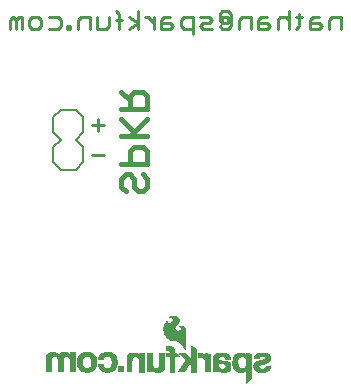
<source format=gbo>
G75*
G70*
%OFA0B0*%
%FSLAX24Y24*%
%IPPOS*%
%LPD*%
%AMOC8*
5,1,8,0,0,1.08239X$1,22.5*
%
%ADD10C,0.0110*%
%ADD11C,0.0150*%
%ADD12C,0.0010*%
%ADD13R,0.0195X0.0191*%
%ADD14C,0.0080*%
D10*
X011451Y018500D02*
X011845Y018500D01*
X011648Y019303D02*
X011648Y019697D01*
X011845Y019500D02*
X011451Y019500D01*
X014803Y022508D02*
X014803Y023099D01*
X014508Y023099D01*
X014410Y023000D01*
X014410Y022803D01*
X014508Y022705D01*
X014803Y022705D01*
X015054Y022803D02*
X015153Y022902D01*
X015350Y022902D01*
X015448Y023000D01*
X015350Y023099D01*
X015054Y023099D01*
X015054Y022803D02*
X015153Y022705D01*
X015448Y022705D01*
X015699Y022803D02*
X015797Y022705D01*
X015994Y022705D01*
X016093Y022803D01*
X016093Y023197D01*
X015994Y023296D01*
X015797Y023296D01*
X015699Y023197D01*
X015699Y023000D01*
X015797Y022902D01*
X015797Y023099D01*
X015994Y023099D01*
X015994Y022902D01*
X015797Y022902D01*
X016343Y023000D02*
X016343Y022705D01*
X016343Y023000D02*
X016442Y023099D01*
X016737Y023099D01*
X016737Y022705D01*
X016988Y022705D02*
X017283Y022705D01*
X017382Y022803D01*
X017283Y022902D01*
X016988Y022902D01*
X016988Y023000D02*
X016988Y022705D01*
X016988Y023000D02*
X017086Y023099D01*
X017283Y023099D01*
X017633Y023000D02*
X017633Y022705D01*
X017633Y023000D02*
X017731Y023099D01*
X017928Y023099D01*
X018026Y023000D01*
X018259Y023099D02*
X018456Y023099D01*
X018357Y023197D02*
X018357Y022803D01*
X018259Y022705D01*
X018026Y022705D02*
X018026Y023296D01*
X018707Y023000D02*
X018707Y022705D01*
X019002Y022705D01*
X019100Y022803D01*
X019002Y022902D01*
X018707Y022902D01*
X018707Y023000D02*
X018805Y023099D01*
X019002Y023099D01*
X019351Y023000D02*
X019351Y022705D01*
X019351Y023000D02*
X019450Y023099D01*
X019745Y023099D01*
X019745Y022705D01*
X014159Y022803D02*
X014060Y022902D01*
X013765Y022902D01*
X013765Y023000D02*
X013765Y022705D01*
X014060Y022705D01*
X014159Y022803D01*
X013864Y023099D02*
X013765Y023000D01*
X013864Y023099D02*
X014060Y023099D01*
X013514Y023099D02*
X013514Y022705D01*
X013514Y022902D02*
X013318Y023099D01*
X013219Y023099D01*
X012977Y023296D02*
X012977Y022705D01*
X012977Y022902D02*
X012682Y022705D01*
X012342Y022705D02*
X012342Y023197D01*
X012243Y023296D01*
X012243Y023000D02*
X012440Y023000D01*
X012682Y023099D02*
X012977Y022902D01*
X012010Y022803D02*
X011912Y022705D01*
X011617Y022705D01*
X011617Y023099D01*
X011366Y023099D02*
X011071Y023099D01*
X010972Y023000D01*
X010972Y022705D01*
X010721Y022705D02*
X010623Y022705D01*
X010623Y022803D01*
X010721Y022803D01*
X010721Y022705D01*
X010399Y022803D02*
X010301Y022705D01*
X010005Y022705D01*
X009754Y022803D02*
X009754Y023000D01*
X009656Y023099D01*
X009459Y023099D01*
X009361Y023000D01*
X009361Y022803D01*
X009459Y022705D01*
X009656Y022705D01*
X009754Y022803D01*
X009110Y022705D02*
X009110Y023099D01*
X009012Y023099D01*
X008913Y023000D01*
X008815Y023099D01*
X008716Y023000D01*
X008716Y022705D01*
X008913Y022705D02*
X008913Y023000D01*
X010005Y023099D02*
X010301Y023099D01*
X010399Y023000D01*
X010399Y022803D01*
X011366Y022705D02*
X011366Y023099D01*
X012010Y023099D02*
X012010Y022803D01*
D11*
X012425Y020605D02*
X012709Y020321D01*
X012709Y020463D02*
X012709Y020037D01*
X012425Y020037D02*
X013276Y020037D01*
X013276Y020463D01*
X013134Y020605D01*
X012850Y020605D01*
X012709Y020463D01*
X012425Y019684D02*
X012850Y019258D01*
X012709Y019117D02*
X013276Y019684D01*
X013276Y019117D02*
X012425Y019117D01*
X012850Y018763D02*
X012709Y018621D01*
X012709Y018196D01*
X012425Y018196D02*
X013276Y018196D01*
X013276Y018621D01*
X013134Y018763D01*
X012850Y018763D01*
X012709Y017842D02*
X012567Y017842D01*
X012425Y017700D01*
X012425Y017417D01*
X012567Y017275D01*
X012850Y017417D02*
X012850Y017700D01*
X012709Y017842D01*
X013134Y017842D02*
X013276Y017700D01*
X013276Y017417D01*
X013134Y017275D01*
X012992Y017275D01*
X012850Y017417D01*
D12*
X012996Y011828D02*
X013007Y011813D01*
X012996Y011828D01*
X012980Y011847D01*
X012962Y011863D01*
X012927Y011885D01*
X012887Y011900D01*
X012846Y011906D01*
X012767Y011904D01*
X012729Y011896D01*
X012693Y011879D01*
X012662Y011855D01*
X012643Y011832D01*
X012628Y011807D01*
X012617Y011779D01*
X012608Y011735D01*
X012604Y011691D01*
X012604Y011276D01*
X012765Y011276D01*
X012765Y011656D01*
X012768Y011685D01*
X012775Y011713D01*
X012788Y011739D01*
X012800Y011755D01*
X012816Y011768D01*
X012615Y011768D01*
X012616Y011777D02*
X012833Y011777D01*
X012834Y011777D02*
X012847Y011780D01*
X012860Y011781D01*
X012904Y011779D01*
X012927Y011775D01*
X012948Y011767D01*
X012967Y011754D01*
X012988Y011731D01*
X013003Y011703D01*
X013012Y011673D01*
X013015Y011641D01*
X013015Y011272D01*
X013181Y011272D01*
X013181Y011891D01*
X013022Y011891D01*
X013022Y011804D01*
X013019Y011804D01*
X013015Y011805D01*
X013012Y011807D01*
X013007Y011813D01*
X013009Y011811D02*
X012630Y011811D01*
X012635Y011819D02*
X013003Y011819D01*
X012996Y011828D02*
X012640Y011828D01*
X012646Y011836D02*
X012989Y011836D01*
X012982Y011845D02*
X012653Y011845D01*
X012660Y011853D02*
X012973Y011853D01*
X012964Y011862D02*
X012670Y011862D01*
X012681Y011870D02*
X012951Y011870D01*
X012937Y011879D02*
X012692Y011879D01*
X012710Y011887D02*
X012922Y011887D01*
X012899Y011896D02*
X012728Y011896D01*
X012769Y011904D02*
X012859Y011904D01*
X012834Y011777D02*
X012816Y011768D01*
X012806Y011760D02*
X012613Y011760D01*
X012611Y011751D02*
X012797Y011751D01*
X012791Y011743D02*
X012609Y011743D01*
X012607Y011734D02*
X012786Y011734D01*
X012767Y011903D02*
X012744Y011899D01*
X012722Y011893D01*
X012700Y011883D01*
X012680Y011870D01*
X012663Y011854D01*
X012626Y011802D02*
X013181Y011802D01*
X013181Y011794D02*
X012623Y011794D01*
X012619Y011785D02*
X013181Y011785D01*
X013181Y011777D02*
X012920Y011777D01*
X012945Y011768D02*
X013181Y011768D01*
X013181Y011760D02*
X012959Y011760D01*
X012970Y011751D02*
X013181Y011751D01*
X013181Y011743D02*
X012977Y011743D01*
X012985Y011734D02*
X013181Y011734D01*
X013181Y011726D02*
X012991Y011726D01*
X012995Y011717D02*
X013181Y011717D01*
X013181Y011709D02*
X013000Y011709D01*
X013004Y011700D02*
X013181Y011700D01*
X013181Y011692D02*
X013006Y011692D01*
X013009Y011683D02*
X013181Y011683D01*
X013181Y011675D02*
X013011Y011675D01*
X013012Y011666D02*
X013181Y011666D01*
X013181Y011658D02*
X013013Y011658D01*
X013014Y011649D02*
X013181Y011649D01*
X013181Y011641D02*
X013015Y011641D01*
X013015Y011632D02*
X013181Y011632D01*
X013181Y011624D02*
X013015Y011624D01*
X013015Y011615D02*
X013181Y011615D01*
X013181Y011607D02*
X013015Y011607D01*
X013015Y011614D02*
X013015Y011272D01*
X013181Y011272D01*
X013181Y011891D01*
X013022Y011891D01*
X013022Y011804D01*
X013019Y011804D01*
X013022Y011811D02*
X013181Y011811D01*
X013181Y011819D02*
X013022Y011819D01*
X013012Y011807D02*
X013015Y011805D01*
X013019Y011804D01*
X013022Y011828D02*
X013181Y011828D01*
X013181Y011836D02*
X013022Y011836D01*
X013022Y011845D02*
X013181Y011845D01*
X013181Y011853D02*
X013022Y011853D01*
X013022Y011862D02*
X013181Y011862D01*
X013181Y011870D02*
X013022Y011870D01*
X013022Y011879D02*
X013181Y011879D01*
X013181Y011887D02*
X013022Y011887D01*
X013006Y011812D02*
X013011Y011806D01*
X012617Y011780D02*
X012610Y011751D01*
X012606Y011721D01*
X012604Y011691D01*
X012604Y011276D01*
X012765Y011276D01*
X012765Y011656D01*
X012765Y011658D02*
X012604Y011658D01*
X012604Y011666D02*
X012766Y011666D01*
X012767Y011675D02*
X012604Y011675D01*
X012604Y011683D02*
X012767Y011683D01*
X012769Y011692D02*
X012604Y011692D01*
X012605Y011700D02*
X012772Y011700D01*
X012774Y011709D02*
X012605Y011709D01*
X012606Y011717D02*
X012777Y011717D01*
X012781Y011726D02*
X012607Y011726D01*
X012604Y011649D02*
X012765Y011649D01*
X012765Y011641D02*
X012604Y011641D01*
X012604Y011632D02*
X012765Y011632D01*
X012765Y011624D02*
X012604Y011624D01*
X012604Y011615D02*
X012765Y011615D01*
X012765Y011607D02*
X012604Y011607D01*
X012604Y011598D02*
X012765Y011598D01*
X012765Y011590D02*
X012604Y011590D01*
X012604Y011581D02*
X012765Y011581D01*
X012765Y011573D02*
X012604Y011573D01*
X012604Y011564D02*
X012765Y011564D01*
X012765Y011556D02*
X012604Y011556D01*
X012604Y011547D02*
X012765Y011547D01*
X012765Y011539D02*
X012604Y011539D01*
X012604Y011530D02*
X012765Y011530D01*
X012765Y011522D02*
X012604Y011522D01*
X012604Y011513D02*
X012765Y011513D01*
X012765Y011505D02*
X012604Y011505D01*
X012604Y011496D02*
X012765Y011496D01*
X012765Y011488D02*
X012604Y011488D01*
X012604Y011479D02*
X012765Y011479D01*
X012765Y011471D02*
X012604Y011471D01*
X012604Y011462D02*
X012765Y011462D01*
X012765Y011454D02*
X012604Y011454D01*
X012604Y011445D02*
X012765Y011445D01*
X012765Y011437D02*
X012604Y011437D01*
X012604Y011428D02*
X012765Y011428D01*
X012765Y011420D02*
X012604Y011420D01*
X012604Y011411D02*
X012765Y011411D01*
X012765Y011403D02*
X012604Y011403D01*
X012604Y011394D02*
X012765Y011394D01*
X012765Y011386D02*
X012604Y011386D01*
X012604Y011377D02*
X012765Y011377D01*
X012765Y011369D02*
X012604Y011369D01*
X012604Y011360D02*
X012765Y011360D01*
X012765Y011352D02*
X012604Y011352D01*
X012604Y011343D02*
X012765Y011343D01*
X012765Y011335D02*
X012604Y011335D01*
X012604Y011326D02*
X012765Y011326D01*
X012765Y011318D02*
X012604Y011318D01*
X012604Y011309D02*
X012765Y011309D01*
X012765Y011301D02*
X012604Y011301D01*
X012604Y011292D02*
X012765Y011292D01*
X012765Y011284D02*
X012604Y011284D01*
X012767Y011905D02*
X012806Y011907D01*
X012846Y011906D01*
X012662Y011855D02*
X012647Y011839D01*
X012634Y011820D01*
X012624Y011800D01*
X012617Y011779D01*
X012846Y011906D02*
X012871Y011903D01*
X012896Y011897D01*
X012919Y011889D01*
X012942Y011877D01*
X012962Y011863D01*
X012860Y011781D02*
X012847Y011780D01*
X012834Y011777D01*
X012963Y011863D02*
X012981Y011847D01*
X012997Y011828D01*
X012967Y011754D02*
X012953Y011764D01*
X012938Y011772D01*
X012922Y011777D01*
X012904Y011779D01*
X012835Y011777D02*
X012821Y011770D01*
X012808Y011762D01*
X012798Y011751D01*
X012789Y011739D01*
X013003Y011703D02*
X013009Y011683D01*
X013013Y011662D01*
X013015Y011641D01*
X013015Y011598D02*
X013181Y011598D01*
X013181Y011590D02*
X013015Y011590D01*
X013015Y011581D02*
X013181Y011581D01*
X013181Y011573D02*
X013015Y011573D01*
X013015Y011564D02*
X013181Y011564D01*
X013181Y011556D02*
X013015Y011556D01*
X013015Y011547D02*
X013181Y011547D01*
X013181Y011539D02*
X013015Y011539D01*
X013015Y011530D02*
X013181Y011530D01*
X013181Y011522D02*
X013015Y011522D01*
X013015Y011513D02*
X013181Y011513D01*
X013181Y011505D02*
X013015Y011505D01*
X013015Y011496D02*
X013181Y011496D01*
X013181Y011488D02*
X013015Y011488D01*
X013015Y011479D02*
X013181Y011479D01*
X013181Y011471D02*
X013015Y011471D01*
X013015Y011462D02*
X013181Y011462D01*
X013181Y011454D02*
X013015Y011454D01*
X013015Y011445D02*
X013181Y011445D01*
X013181Y011437D02*
X013015Y011437D01*
X013015Y011428D02*
X013181Y011428D01*
X013181Y011420D02*
X013015Y011420D01*
X013015Y011411D02*
X013181Y011411D01*
X013181Y011403D02*
X013015Y011403D01*
X013015Y011394D02*
X013181Y011394D01*
X013181Y011386D02*
X013015Y011386D01*
X013015Y011377D02*
X013181Y011377D01*
X013181Y011369D02*
X013015Y011369D01*
X013015Y011360D02*
X013181Y011360D01*
X013181Y011352D02*
X013015Y011352D01*
X013015Y011343D02*
X013181Y011343D01*
X013181Y011335D02*
X013015Y011335D01*
X013015Y011326D02*
X013181Y011326D01*
X013181Y011318D02*
X013015Y011318D01*
X013015Y011309D02*
X013181Y011309D01*
X013181Y011301D02*
X013015Y011301D01*
X013015Y011292D02*
X013181Y011292D01*
X013181Y011284D02*
X013015Y011284D01*
X013015Y011275D02*
X013181Y011275D01*
X013279Y011275D02*
X013437Y011275D01*
X013279Y011275D01*
X013279Y011890D01*
X013445Y011890D01*
X013445Y011563D01*
X013448Y011514D01*
X013457Y011466D01*
X013466Y011443D01*
X013479Y011423D01*
X013497Y011407D01*
X013518Y011395D01*
X013546Y011386D01*
X013576Y011384D01*
X013605Y011387D01*
X013633Y011396D01*
X013649Y011405D01*
X013664Y011418D01*
X013675Y011433D01*
X013689Y011464D01*
X013695Y011498D01*
X013695Y011892D01*
X013858Y011892D01*
X013858Y011467D01*
X013854Y011424D01*
X013842Y011382D01*
X013823Y011343D01*
X013459Y011343D01*
X013465Y011335D02*
X013817Y011335D01*
X013823Y011343D02*
X013797Y011308D01*
X013787Y011299D01*
X013752Y011278D01*
X013713Y011265D01*
X013672Y011259D01*
X013613Y011260D01*
X013555Y011269D01*
X013545Y011272D01*
X013535Y011277D01*
X013498Y011303D01*
X013466Y011334D01*
X013438Y011369D01*
X013437Y011369D01*
X013437Y011275D01*
X013437Y011284D02*
X013279Y011284D01*
X013279Y011292D02*
X013437Y011292D01*
X013437Y011301D02*
X013279Y011301D01*
X013279Y011309D02*
X013437Y011309D01*
X013437Y011318D02*
X013279Y011318D01*
X013279Y011326D02*
X013437Y011326D01*
X013437Y011335D02*
X013279Y011335D01*
X013279Y011343D02*
X013437Y011343D01*
X013437Y011352D02*
X013279Y011352D01*
X013279Y011360D02*
X013437Y011360D01*
X013445Y011360D02*
X013831Y011360D01*
X013827Y011352D02*
X013452Y011352D01*
X013438Y011369D02*
X013836Y011369D01*
X013840Y011377D02*
X013279Y011377D01*
X013279Y011369D02*
X013437Y011369D01*
X013474Y011326D02*
X013810Y011326D01*
X013804Y011318D02*
X013483Y011318D01*
X013492Y011309D02*
X013798Y011309D01*
X013789Y011301D02*
X013502Y011301D01*
X013514Y011292D02*
X013775Y011292D01*
X013760Y011284D02*
X013526Y011284D01*
X013539Y011275D02*
X013742Y011275D01*
X013718Y011267D02*
X013571Y011267D01*
X013555Y011386D02*
X013279Y011386D01*
X013279Y011394D02*
X013521Y011394D01*
X013505Y011403D02*
X013279Y011403D01*
X013279Y011411D02*
X013492Y011411D01*
X013483Y011420D02*
X013279Y011420D01*
X013279Y011428D02*
X013476Y011428D01*
X013470Y011437D02*
X013279Y011437D01*
X013279Y011445D02*
X013465Y011445D01*
X013462Y011454D02*
X013279Y011454D01*
X013279Y011462D02*
X013459Y011462D01*
X013456Y011471D02*
X013279Y011471D01*
X013279Y011479D02*
X013455Y011479D01*
X013453Y011488D02*
X013279Y011488D01*
X013279Y011496D02*
X013451Y011496D01*
X013450Y011505D02*
X013279Y011505D01*
X013279Y011513D02*
X013448Y011513D01*
X013448Y011522D02*
X013279Y011522D01*
X013279Y011530D02*
X013447Y011530D01*
X013447Y011539D02*
X013279Y011539D01*
X013279Y011547D02*
X013446Y011547D01*
X013445Y011556D02*
X013279Y011556D01*
X013279Y011564D02*
X013445Y011564D01*
X013445Y011573D02*
X013279Y011573D01*
X013279Y011581D02*
X013445Y011581D01*
X013445Y011590D02*
X013279Y011590D01*
X013279Y011598D02*
X013445Y011598D01*
X013445Y011607D02*
X013279Y011607D01*
X013279Y011615D02*
X013445Y011615D01*
X013445Y011624D02*
X013279Y011624D01*
X013279Y011632D02*
X013445Y011632D01*
X013445Y011641D02*
X013279Y011641D01*
X013279Y011649D02*
X013445Y011649D01*
X013445Y011658D02*
X013279Y011658D01*
X013279Y011666D02*
X013445Y011666D01*
X013445Y011675D02*
X013279Y011675D01*
X013279Y011683D02*
X013445Y011683D01*
X013445Y011692D02*
X013279Y011692D01*
X013279Y011700D02*
X013445Y011700D01*
X013445Y011709D02*
X013279Y011709D01*
X013279Y011717D02*
X013445Y011717D01*
X013445Y011726D02*
X013279Y011726D01*
X013279Y011734D02*
X013445Y011734D01*
X013445Y011743D02*
X013279Y011743D01*
X013279Y011751D02*
X013445Y011751D01*
X013445Y011760D02*
X013279Y011760D01*
X013279Y011768D02*
X013445Y011768D01*
X013445Y011777D02*
X013279Y011777D01*
X013279Y011785D02*
X013445Y011785D01*
X013445Y011794D02*
X013279Y011794D01*
X013279Y011802D02*
X013445Y011802D01*
X013445Y011811D02*
X013279Y011811D01*
X013279Y011819D02*
X013445Y011819D01*
X013445Y011828D02*
X013279Y011828D01*
X013279Y011836D02*
X013445Y011836D01*
X013445Y011845D02*
X013279Y011845D01*
X013279Y011853D02*
X013445Y011853D01*
X013445Y011862D02*
X013279Y011862D01*
X013279Y011870D02*
X013445Y011870D01*
X013445Y011879D02*
X013279Y011879D01*
X013279Y011887D02*
X013445Y011887D01*
X013695Y011887D02*
X013858Y011887D01*
X013858Y011879D02*
X013695Y011879D01*
X013695Y011870D02*
X013858Y011870D01*
X013858Y011862D02*
X013695Y011862D01*
X013695Y011853D02*
X013858Y011853D01*
X013858Y011845D02*
X013695Y011845D01*
X013695Y011836D02*
X013858Y011836D01*
X013858Y011828D02*
X013695Y011828D01*
X013695Y011819D02*
X013858Y011819D01*
X013858Y011811D02*
X013695Y011811D01*
X013695Y011802D02*
X013858Y011802D01*
X013858Y011794D02*
X013695Y011794D01*
X013695Y011785D02*
X013858Y011785D01*
X013858Y011777D02*
X013695Y011777D01*
X013695Y011768D02*
X013858Y011768D01*
X013858Y011760D02*
X013695Y011760D01*
X013695Y011751D02*
X013858Y011751D01*
X013858Y011743D02*
X013695Y011743D01*
X013695Y011734D02*
X013858Y011734D01*
X013858Y011726D02*
X013695Y011726D01*
X013695Y011717D02*
X013858Y011717D01*
X013858Y011709D02*
X013695Y011709D01*
X013695Y011700D02*
X013858Y011700D01*
X013858Y011692D02*
X013695Y011692D01*
X013695Y011683D02*
X013858Y011683D01*
X013858Y011675D02*
X013695Y011675D01*
X013695Y011666D02*
X013858Y011666D01*
X013858Y011658D02*
X013695Y011658D01*
X013695Y011649D02*
X013858Y011649D01*
X013858Y011641D02*
X013695Y011641D01*
X013695Y011632D02*
X013858Y011632D01*
X013858Y011624D02*
X013695Y011624D01*
X013695Y011615D02*
X013858Y011615D01*
X013858Y011607D02*
X013695Y011607D01*
X013695Y011598D02*
X013858Y011598D01*
X013858Y011590D02*
X013695Y011590D01*
X013695Y011581D02*
X013858Y011581D01*
X013858Y011573D02*
X013695Y011573D01*
X013695Y011564D02*
X013858Y011564D01*
X013858Y011556D02*
X013695Y011556D01*
X013695Y011547D02*
X013858Y011547D01*
X013858Y011539D02*
X013695Y011539D01*
X013695Y011530D02*
X013858Y011530D01*
X013858Y011522D02*
X013695Y011522D01*
X013695Y011513D02*
X013858Y011513D01*
X013858Y011505D02*
X013695Y011505D01*
X013695Y011496D02*
X013858Y011496D01*
X013858Y011488D02*
X013693Y011488D01*
X013692Y011479D02*
X013858Y011479D01*
X013858Y011471D02*
X013690Y011471D01*
X013688Y011462D02*
X013858Y011462D01*
X013857Y011454D02*
X013684Y011454D01*
X013680Y011445D02*
X013856Y011445D01*
X013855Y011437D02*
X013677Y011437D01*
X013671Y011428D02*
X013854Y011428D01*
X013853Y011420D02*
X013665Y011420D01*
X013656Y011411D02*
X013850Y011411D01*
X013848Y011403D02*
X013645Y011403D01*
X013627Y011394D02*
X013846Y011394D01*
X013843Y011386D02*
X013593Y011386D01*
X014034Y011386D02*
X014198Y011386D01*
X014198Y011394D02*
X014034Y011394D01*
X014034Y011403D02*
X014198Y011403D01*
X014198Y011411D02*
X014034Y011411D01*
X014034Y011420D02*
X014198Y011420D01*
X014198Y011428D02*
X014034Y011428D01*
X014034Y011437D02*
X014198Y011437D01*
X014198Y011445D02*
X014034Y011445D01*
X014034Y011454D02*
X014198Y011454D01*
X014198Y011462D02*
X014034Y011462D01*
X014034Y011471D02*
X014198Y011471D01*
X014198Y011479D02*
X014034Y011479D01*
X014034Y011488D02*
X014198Y011488D01*
X014198Y011496D02*
X014034Y011496D01*
X014034Y011505D02*
X014198Y011505D01*
X014198Y011513D02*
X014034Y011513D01*
X014034Y011522D02*
X014198Y011522D01*
X014198Y011530D02*
X014034Y011530D01*
X014034Y011539D02*
X014198Y011539D01*
X014198Y011547D02*
X014034Y011547D01*
X014034Y011556D02*
X014198Y011556D01*
X014198Y011564D02*
X014034Y011564D01*
X014034Y011573D02*
X014198Y011573D01*
X014198Y011581D02*
X014034Y011581D01*
X014034Y011590D02*
X014198Y011590D01*
X014198Y011598D02*
X014034Y011598D01*
X014034Y011607D02*
X014198Y011607D01*
X014198Y011615D02*
X014034Y011615D01*
X014034Y011624D02*
X014198Y011624D01*
X014198Y011632D02*
X014034Y011632D01*
X014034Y011641D02*
X014198Y011641D01*
X014198Y011649D02*
X014034Y011649D01*
X014034Y011658D02*
X014198Y011658D01*
X014198Y011666D02*
X014034Y011666D01*
X014034Y011675D02*
X014198Y011675D01*
X014198Y011683D02*
X014034Y011683D01*
X014034Y011692D02*
X014198Y011692D01*
X014198Y011700D02*
X014034Y011700D01*
X014034Y011709D02*
X014198Y011709D01*
X014198Y011717D02*
X014034Y011717D01*
X014034Y011726D02*
X014198Y011726D01*
X014198Y011734D02*
X014034Y011734D01*
X014034Y011743D02*
X014198Y011743D01*
X014198Y011751D02*
X014034Y011751D01*
X014034Y011760D02*
X014198Y011760D01*
X014198Y011768D02*
X014034Y011768D01*
X014034Y011777D02*
X014198Y011777D01*
X014198Y011784D02*
X014355Y011785D01*
X014250Y011890D01*
X014196Y011890D01*
X014196Y011908D01*
X014189Y011992D01*
X014183Y012014D01*
X014173Y012035D01*
X014160Y012054D01*
X014131Y012082D01*
X014097Y012104D01*
X014059Y012118D01*
X014019Y012125D01*
X013958Y012125D01*
X013906Y012122D01*
X013905Y012122D01*
X013905Y012003D01*
X013908Y012003D01*
X013919Y012004D01*
X013956Y012007D01*
X013992Y012004D01*
X014004Y012000D01*
X014015Y011992D01*
X014023Y011982D01*
X014030Y011964D01*
X014033Y011945D01*
X014033Y011890D01*
X013916Y011890D01*
X013916Y011785D01*
X014034Y011785D01*
X014034Y011272D01*
X014198Y011272D01*
X014198Y011784D01*
X014196Y011896D02*
X014033Y011896D01*
X014033Y011904D02*
X014196Y011904D01*
X014196Y011913D02*
X014033Y011913D01*
X014033Y011921D02*
X014195Y011921D01*
X014194Y011930D02*
X014033Y011930D01*
X014033Y011938D02*
X014193Y011938D01*
X014193Y011947D02*
X014033Y011947D01*
X014032Y011955D02*
X014192Y011955D01*
X014191Y011964D02*
X014030Y011964D01*
X014027Y011972D02*
X014191Y011972D01*
X014190Y011981D02*
X014024Y011981D01*
X014017Y011989D02*
X014189Y011989D01*
X014188Y011998D02*
X014007Y011998D01*
X013970Y012006D02*
X014185Y012006D01*
X014183Y012015D02*
X013905Y012015D01*
X013905Y012023D02*
X014179Y012023D01*
X014175Y012032D02*
X013905Y012032D01*
X013905Y012040D02*
X014170Y012040D01*
X014164Y012049D02*
X013905Y012049D01*
X013905Y012057D02*
X014157Y012057D01*
X014148Y012066D02*
X013905Y012066D01*
X013905Y012074D02*
X014139Y012074D01*
X014130Y012083D02*
X013905Y012083D01*
X013905Y012091D02*
X014116Y012091D01*
X014103Y012100D02*
X013905Y012100D01*
X013905Y012108D02*
X014085Y012108D01*
X014063Y012117D02*
X013905Y012117D01*
X013905Y012006D02*
X013941Y012006D01*
X013916Y011887D02*
X014253Y011887D01*
X014261Y011879D02*
X013916Y011879D01*
X013916Y011870D02*
X014270Y011870D01*
X014278Y011862D02*
X013916Y011862D01*
X013916Y011853D02*
X014287Y011853D01*
X014295Y011845D02*
X013916Y011845D01*
X013916Y011836D02*
X014304Y011836D01*
X014312Y011828D02*
X013916Y011828D01*
X013916Y011819D02*
X014321Y011819D01*
X014329Y011811D02*
X013916Y011811D01*
X013916Y011802D02*
X014338Y011802D01*
X014346Y011794D02*
X013916Y011794D01*
X013916Y011785D02*
X014355Y011785D01*
X014400Y011836D02*
X014583Y011836D01*
X014591Y011828D02*
X014409Y011828D01*
X014418Y011819D02*
X014600Y011819D01*
X014608Y011811D02*
X014426Y011811D01*
X014435Y011802D02*
X014617Y011802D01*
X014625Y011794D02*
X014444Y011794D01*
X014452Y011785D02*
X014634Y011785D01*
X014642Y011777D02*
X014461Y011777D01*
X014470Y011768D02*
X014651Y011768D01*
X014659Y011760D02*
X014478Y011760D01*
X014487Y011751D02*
X014668Y011751D01*
X014676Y011743D02*
X014496Y011743D01*
X014504Y011734D02*
X014685Y011734D01*
X014693Y011726D02*
X014513Y011726D01*
X014522Y011717D02*
X014702Y011717D01*
X014710Y011709D02*
X014531Y011709D01*
X014539Y011700D02*
X014719Y011700D01*
X014727Y011692D02*
X014548Y011692D01*
X014557Y011683D02*
X014736Y011683D01*
X014744Y011675D02*
X014565Y011675D01*
X014573Y011667D02*
X014311Y011274D01*
X014511Y011275D01*
X014679Y011552D01*
X014681Y011555D01*
X014752Y011486D01*
X014752Y011271D01*
X014915Y011271D01*
X014917Y011273D01*
X014917Y012034D01*
X014754Y012127D01*
X014754Y011665D01*
X014530Y011889D01*
X014346Y011889D01*
X014573Y011667D01*
X014572Y011666D02*
X014753Y011666D01*
X014754Y011666D02*
X014917Y011666D01*
X014917Y011658D02*
X014567Y011658D01*
X014561Y011649D02*
X014917Y011649D01*
X014917Y011641D02*
X014555Y011641D01*
X014550Y011632D02*
X014917Y011632D01*
X014917Y011624D02*
X014544Y011624D01*
X014538Y011615D02*
X014917Y011615D01*
X014917Y011607D02*
X014533Y011607D01*
X014527Y011598D02*
X014917Y011598D01*
X014917Y011590D02*
X014521Y011590D01*
X014516Y011581D02*
X014917Y011581D01*
X014917Y011573D02*
X014510Y011573D01*
X014504Y011564D02*
X014917Y011564D01*
X014917Y011556D02*
X014499Y011556D01*
X014493Y011547D02*
X014676Y011547D01*
X014671Y011539D02*
X014487Y011539D01*
X014482Y011530D02*
X014666Y011530D01*
X014661Y011522D02*
X014476Y011522D01*
X014470Y011513D02*
X014655Y011513D01*
X014650Y011505D02*
X014465Y011505D01*
X014459Y011496D02*
X014645Y011496D01*
X014640Y011488D02*
X014453Y011488D01*
X014448Y011479D02*
X014635Y011479D01*
X014630Y011471D02*
X014442Y011471D01*
X014436Y011462D02*
X014624Y011462D01*
X014619Y011454D02*
X014431Y011454D01*
X014425Y011445D02*
X014614Y011445D01*
X014609Y011437D02*
X014419Y011437D01*
X014414Y011428D02*
X014604Y011428D01*
X014599Y011420D02*
X014408Y011420D01*
X014402Y011411D02*
X014594Y011411D01*
X014588Y011403D02*
X014397Y011403D01*
X014391Y011394D02*
X014583Y011394D01*
X014578Y011386D02*
X014385Y011386D01*
X014380Y011377D02*
X014573Y011377D01*
X014568Y011369D02*
X014374Y011369D01*
X014368Y011360D02*
X014563Y011360D01*
X014557Y011352D02*
X014363Y011352D01*
X014357Y011343D02*
X014552Y011343D01*
X014547Y011335D02*
X014351Y011335D01*
X014346Y011326D02*
X014542Y011326D01*
X014537Y011318D02*
X014340Y011318D01*
X014334Y011309D02*
X014532Y011309D01*
X014526Y011301D02*
X014329Y011301D01*
X014323Y011292D02*
X014521Y011292D01*
X014516Y011284D02*
X014317Y011284D01*
X014312Y011275D02*
X014511Y011275D01*
X014752Y011275D02*
X014917Y011275D01*
X014917Y011284D02*
X014752Y011284D01*
X014752Y011292D02*
X014917Y011292D01*
X014917Y011301D02*
X014752Y011301D01*
X014752Y011309D02*
X014917Y011309D01*
X014917Y011318D02*
X014752Y011318D01*
X014752Y011326D02*
X014917Y011326D01*
X014917Y011335D02*
X014752Y011335D01*
X014752Y011343D02*
X014917Y011343D01*
X014917Y011352D02*
X014752Y011352D01*
X014752Y011360D02*
X014917Y011360D01*
X014917Y011369D02*
X014752Y011369D01*
X014752Y011377D02*
X014917Y011377D01*
X014917Y011386D02*
X014752Y011386D01*
X014752Y011394D02*
X014917Y011394D01*
X014917Y011403D02*
X014752Y011403D01*
X014752Y011411D02*
X014917Y011411D01*
X014917Y011420D02*
X014752Y011420D01*
X014752Y011428D02*
X014917Y011428D01*
X014917Y011437D02*
X014752Y011437D01*
X014752Y011445D02*
X014917Y011445D01*
X014917Y011454D02*
X014752Y011454D01*
X014752Y011462D02*
X014917Y011462D01*
X014917Y011471D02*
X014752Y011471D01*
X014752Y011479D02*
X014917Y011479D01*
X014917Y011488D02*
X014750Y011488D01*
X014742Y011496D02*
X014917Y011496D01*
X014917Y011505D02*
X014733Y011505D01*
X014724Y011513D02*
X014917Y011513D01*
X014917Y011522D02*
X014715Y011522D01*
X014707Y011530D02*
X014917Y011530D01*
X014917Y011539D02*
X014698Y011539D01*
X014689Y011547D02*
X014917Y011547D01*
X014917Y011675D02*
X014754Y011675D01*
X014754Y011683D02*
X014917Y011683D01*
X014917Y011692D02*
X014754Y011692D01*
X014754Y011700D02*
X014917Y011700D01*
X014917Y011709D02*
X014754Y011709D01*
X014754Y011717D02*
X014917Y011717D01*
X014917Y011726D02*
X014754Y011726D01*
X014754Y011734D02*
X014917Y011734D01*
X014917Y011743D02*
X014754Y011743D01*
X014754Y011751D02*
X014917Y011751D01*
X014917Y011760D02*
X014754Y011760D01*
X014754Y011768D02*
X014917Y011768D01*
X014917Y011777D02*
X014754Y011777D01*
X014754Y011785D02*
X014917Y011785D01*
X014917Y011794D02*
X014754Y011794D01*
X014754Y011802D02*
X014917Y011802D01*
X014917Y011811D02*
X014754Y011811D01*
X014754Y011819D02*
X014917Y011819D01*
X014917Y011828D02*
X014754Y011828D01*
X014754Y011836D02*
X014917Y011836D01*
X014917Y011845D02*
X014754Y011845D01*
X014754Y011853D02*
X014917Y011853D01*
X014917Y011862D02*
X014754Y011862D01*
X014754Y011870D02*
X014917Y011870D01*
X014917Y011879D02*
X014754Y011879D01*
X014754Y011887D02*
X014917Y011887D01*
X014917Y011896D02*
X014754Y011896D01*
X014754Y011904D02*
X014917Y011904D01*
X014917Y011913D02*
X014754Y011913D01*
X014754Y011921D02*
X014917Y011921D01*
X014917Y011930D02*
X014754Y011930D01*
X014754Y011938D02*
X014917Y011938D01*
X014917Y011947D02*
X014754Y011947D01*
X014754Y011955D02*
X014917Y011955D01*
X014917Y011964D02*
X014754Y011964D01*
X014754Y011972D02*
X014917Y011972D01*
X014917Y011981D02*
X014754Y011981D01*
X014754Y011989D02*
X014917Y011989D01*
X014917Y011998D02*
X014754Y011998D01*
X014754Y012006D02*
X014917Y012006D01*
X014917Y012015D02*
X014754Y012015D01*
X014754Y012023D02*
X014917Y012023D01*
X014917Y012032D02*
X014754Y012032D01*
X014754Y012040D02*
X014906Y012040D01*
X014892Y012049D02*
X014754Y012049D01*
X014754Y012057D02*
X014877Y012057D01*
X014862Y012066D02*
X014754Y012066D01*
X014754Y012074D02*
X014847Y012074D01*
X014832Y012083D02*
X014754Y012083D01*
X014754Y012091D02*
X014817Y012091D01*
X014802Y012100D02*
X014754Y012100D01*
X014754Y012108D02*
X014787Y012108D01*
X014772Y012117D02*
X014754Y012117D01*
X014754Y012125D02*
X014757Y012125D01*
X014561Y012125D02*
X014482Y012125D01*
X014489Y012117D02*
X014561Y012117D01*
X014561Y012108D02*
X014497Y012108D01*
X014504Y012100D02*
X014561Y012100D01*
X014561Y012091D02*
X014512Y012091D01*
X014520Y012083D02*
X014561Y012083D01*
X014561Y012074D02*
X014527Y012074D01*
X014535Y012066D02*
X014561Y012066D01*
X014561Y012057D02*
X014542Y012057D01*
X014550Y012049D02*
X014561Y012049D01*
X014557Y012040D02*
X014561Y012040D01*
X014561Y012036D02*
X014369Y012252D01*
X014335Y012283D01*
X014295Y012307D01*
X014280Y012312D01*
X014265Y012315D01*
X014175Y012315D01*
X014121Y012320D01*
X014069Y012334D01*
X014021Y012358D01*
X013975Y012390D01*
X013935Y012428D01*
X013900Y012472D01*
X013863Y012538D01*
X013838Y012610D01*
X013827Y012685D01*
X013829Y012761D01*
X013837Y012802D01*
X013851Y012841D01*
X013871Y012878D01*
X013907Y012923D01*
X013951Y012959D01*
X013951Y012924D01*
X013952Y012918D01*
X013954Y012913D01*
X013966Y012899D01*
X013887Y012899D01*
X013894Y012907D02*
X013959Y012907D01*
X013953Y012916D02*
X013901Y012916D01*
X013908Y012924D02*
X013951Y012924D01*
X013951Y012933D02*
X013919Y012933D01*
X013929Y012941D02*
X013951Y012941D01*
X013951Y012950D02*
X013939Y012950D01*
X013950Y012958D02*
X013951Y012958D01*
X013966Y012899D02*
X013981Y012888D01*
X013989Y012885D01*
X014012Y012883D01*
X014034Y012887D01*
X014054Y012897D01*
X014090Y012923D01*
X014107Y012937D01*
X014121Y012954D01*
X014133Y012973D01*
X014141Y012993D01*
X014144Y013006D01*
X014143Y013019D01*
X014136Y013041D01*
X014125Y013060D01*
X014108Y013075D01*
X014088Y013086D01*
X014068Y013092D01*
X014047Y013094D01*
X014023Y013094D01*
X014023Y013094D01*
X014024Y013095D01*
X014041Y013108D01*
X014061Y013117D01*
X014075Y013123D01*
X014084Y013127D01*
X014119Y013136D01*
X014154Y013139D01*
X014188Y013136D01*
X014221Y013127D01*
X014252Y013112D01*
X014283Y013090D01*
X014310Y013064D01*
X014327Y013040D01*
X014338Y013013D01*
X014341Y012984D01*
X014337Y012955D01*
X014326Y012928D01*
X014279Y012859D01*
X014222Y012798D01*
X014207Y012780D01*
X014197Y012759D01*
X014193Y012736D01*
X014194Y012713D01*
X014202Y012691D01*
X014215Y012672D01*
X014233Y012657D01*
X014255Y012645D01*
X014279Y012637D01*
X014304Y012633D01*
X014333Y012634D01*
X014361Y012643D01*
X014386Y012658D01*
X014399Y012672D01*
X014408Y012689D01*
X014412Y012707D01*
X014412Y012724D01*
X014408Y012742D01*
X014404Y012749D01*
X014399Y012754D01*
X014366Y012778D01*
X014360Y012781D01*
X014353Y012783D01*
X014346Y012782D01*
X014365Y012785D01*
X014402Y012788D01*
X014439Y012785D01*
X014467Y012778D01*
X014492Y012765D01*
X014515Y012748D01*
X014533Y012726D01*
X014549Y012697D01*
X014558Y012666D01*
X014561Y012633D01*
X014561Y012036D01*
X014561Y012134D02*
X014474Y012134D01*
X014467Y012142D02*
X014561Y012142D01*
X014561Y012151D02*
X014459Y012151D01*
X014452Y012159D02*
X014561Y012159D01*
X014561Y012168D02*
X014444Y012168D01*
X014437Y012176D02*
X014561Y012176D01*
X014561Y012185D02*
X014429Y012185D01*
X014421Y012193D02*
X014561Y012193D01*
X014561Y012202D02*
X014414Y012202D01*
X014406Y012210D02*
X014561Y012210D01*
X014561Y012219D02*
X014399Y012219D01*
X014391Y012227D02*
X014561Y012227D01*
X014561Y012236D02*
X014384Y012236D01*
X014376Y012244D02*
X014561Y012244D01*
X014561Y012253D02*
X014368Y012253D01*
X014359Y012261D02*
X014561Y012261D01*
X014561Y012270D02*
X014350Y012270D01*
X014341Y012278D02*
X014561Y012278D01*
X014561Y012287D02*
X014329Y012287D01*
X014315Y012295D02*
X014561Y012295D01*
X014561Y012304D02*
X014301Y012304D01*
X014281Y012312D02*
X014561Y012312D01*
X014561Y012321D02*
X014119Y012321D01*
X014088Y012329D02*
X014561Y012329D01*
X014561Y012338D02*
X014063Y012338D01*
X014045Y012346D02*
X014561Y012346D01*
X014561Y012355D02*
X014028Y012355D01*
X014014Y012363D02*
X014561Y012363D01*
X014561Y012372D02*
X014002Y012372D01*
X013990Y012380D02*
X014561Y012380D01*
X014561Y012389D02*
X013978Y012389D01*
X013968Y012397D02*
X014561Y012397D01*
X014561Y012406D02*
X013959Y012406D01*
X013950Y012414D02*
X014561Y012414D01*
X014561Y012423D02*
X013941Y012423D01*
X013933Y012431D02*
X014561Y012431D01*
X014561Y012440D02*
X013926Y012440D01*
X013919Y012448D02*
X014561Y012448D01*
X014561Y012457D02*
X013912Y012457D01*
X013906Y012465D02*
X014561Y012465D01*
X014561Y012474D02*
X013899Y012474D01*
X013894Y012482D02*
X014561Y012482D01*
X014561Y012491D02*
X013890Y012491D01*
X013885Y012499D02*
X014561Y012499D01*
X014561Y012508D02*
X013880Y012508D01*
X013875Y012516D02*
X014561Y012516D01*
X014561Y012525D02*
X013870Y012525D01*
X013866Y012533D02*
X014561Y012533D01*
X014561Y012542D02*
X013862Y012542D01*
X013859Y012550D02*
X014561Y012550D01*
X014561Y012559D02*
X013856Y012559D01*
X013853Y012567D02*
X014561Y012567D01*
X014561Y012576D02*
X013850Y012576D01*
X013847Y012584D02*
X014561Y012584D01*
X014561Y012593D02*
X013844Y012593D01*
X013841Y012601D02*
X014561Y012601D01*
X014561Y012610D02*
X013838Y012610D01*
X013837Y012618D02*
X014561Y012618D01*
X014561Y012627D02*
X013835Y012627D01*
X013834Y012635D02*
X014291Y012635D01*
X014260Y012644D02*
X013833Y012644D01*
X013832Y012652D02*
X014242Y012652D01*
X014229Y012661D02*
X013830Y012661D01*
X013829Y012669D02*
X014219Y012669D01*
X014212Y012678D02*
X013828Y012678D01*
X013827Y012686D02*
X014206Y012686D01*
X014201Y012695D02*
X013827Y012695D01*
X013827Y012703D02*
X014198Y012703D01*
X014195Y012712D02*
X013827Y012712D01*
X013828Y012720D02*
X014194Y012720D01*
X014193Y012729D02*
X013828Y012729D01*
X013828Y012737D02*
X014193Y012737D01*
X014194Y012746D02*
X013829Y012746D01*
X013829Y012754D02*
X014196Y012754D01*
X014198Y012763D02*
X013829Y012763D01*
X013831Y012771D02*
X014203Y012771D01*
X014207Y012780D02*
X013833Y012780D01*
X013834Y012788D02*
X014214Y012788D01*
X014221Y012797D02*
X013836Y012797D01*
X013838Y012805D02*
X014229Y012805D01*
X014237Y012814D02*
X013841Y012814D01*
X013844Y012822D02*
X014245Y012822D01*
X014253Y012831D02*
X013847Y012831D01*
X013850Y012839D02*
X014261Y012839D01*
X014269Y012848D02*
X013855Y012848D01*
X013859Y012856D02*
X014277Y012856D01*
X014283Y012865D02*
X013864Y012865D01*
X013868Y012873D02*
X014289Y012873D01*
X014295Y012882D02*
X013874Y012882D01*
X013881Y012890D02*
X013978Y012890D01*
X014040Y012890D02*
X014300Y012890D01*
X014306Y012899D02*
X014056Y012899D01*
X014068Y012907D02*
X014312Y012907D01*
X014318Y012916D02*
X014080Y012916D01*
X014091Y012924D02*
X014323Y012924D01*
X014328Y012933D02*
X014101Y012933D01*
X014110Y012941D02*
X014331Y012941D01*
X014335Y012950D02*
X014117Y012950D01*
X014123Y012958D02*
X014337Y012958D01*
X014339Y012967D02*
X014129Y012967D01*
X014134Y012975D02*
X014340Y012975D01*
X014341Y012984D02*
X014137Y012984D01*
X014141Y012992D02*
X014340Y012992D01*
X014339Y013001D02*
X014142Y013001D01*
X014143Y013009D02*
X014338Y013009D01*
X014336Y013018D02*
X014143Y013018D01*
X014141Y013026D02*
X014332Y013026D01*
X014329Y013035D02*
X014138Y013035D01*
X014135Y013043D02*
X014325Y013043D01*
X014319Y013052D02*
X014130Y013052D01*
X014124Y013060D02*
X014313Y013060D01*
X014305Y013069D02*
X014115Y013069D01*
X014105Y013077D02*
X014296Y013077D01*
X014287Y013086D02*
X014089Y013086D01*
X014067Y013120D02*
X014237Y013120D01*
X014253Y013111D02*
X014047Y013111D01*
X014034Y013103D02*
X014265Y013103D01*
X014277Y013094D02*
X014023Y013094D01*
X014088Y013128D02*
X014218Y013128D01*
X014186Y013137D02*
X014128Y013137D01*
X014363Y012780D02*
X014460Y012780D01*
X014480Y012771D02*
X014376Y012771D01*
X014387Y012763D02*
X014495Y012763D01*
X014506Y012754D02*
X014399Y012754D01*
X014406Y012746D02*
X014516Y012746D01*
X014524Y012737D02*
X014409Y012737D01*
X014411Y012729D02*
X014531Y012729D01*
X014536Y012720D02*
X014412Y012720D01*
X014412Y012712D02*
X014541Y012712D01*
X014546Y012703D02*
X014411Y012703D01*
X014409Y012695D02*
X014550Y012695D01*
X014552Y012686D02*
X014406Y012686D01*
X014402Y012678D02*
X014555Y012678D01*
X014557Y012669D02*
X014397Y012669D01*
X014388Y012661D02*
X014559Y012661D01*
X014559Y012652D02*
X014376Y012652D01*
X014362Y012644D02*
X014560Y012644D01*
X014561Y012635D02*
X014335Y012635D01*
X014348Y011887D02*
X014532Y011887D01*
X014540Y011879D02*
X014357Y011879D01*
X014365Y011870D02*
X014549Y011870D01*
X014557Y011862D02*
X014374Y011862D01*
X014383Y011853D02*
X014566Y011853D01*
X014574Y011845D02*
X014391Y011845D01*
X014991Y011845D02*
X015173Y011845D01*
X015174Y011844D02*
X015158Y011856D01*
X015123Y011879D01*
X015099Y011893D01*
X015073Y011902D01*
X015045Y011905D01*
X014991Y011902D01*
X014991Y011750D01*
X014992Y011750D01*
X014998Y011751D01*
X015022Y011756D01*
X015083Y011756D01*
X015105Y011752D01*
X015126Y011745D01*
X015146Y011734D01*
X015173Y011711D01*
X015194Y011683D01*
X015209Y011651D01*
X015217Y011618D01*
X015220Y011584D01*
X015220Y011276D01*
X015384Y011276D01*
X015383Y011862D01*
X015231Y011889D01*
X015231Y011776D01*
X015227Y011774D01*
X015221Y011776D01*
X015213Y011788D01*
X015186Y011829D01*
X015174Y011844D01*
X015180Y011836D02*
X014991Y011836D01*
X014991Y011828D02*
X015187Y011828D01*
X015193Y011819D02*
X014991Y011819D01*
X014991Y011811D02*
X015198Y011811D01*
X015204Y011802D02*
X014991Y011802D01*
X014991Y011794D02*
X015209Y011794D01*
X015215Y011785D02*
X014991Y011785D01*
X014991Y011777D02*
X015221Y011777D01*
X015231Y011777D02*
X015383Y011777D01*
X015383Y011785D02*
X015231Y011785D01*
X015231Y011794D02*
X015383Y011794D01*
X015383Y011802D02*
X015231Y011802D01*
X015231Y011811D02*
X015383Y011811D01*
X015383Y011819D02*
X015231Y011819D01*
X015231Y011828D02*
X015383Y011828D01*
X015383Y011836D02*
X015231Y011836D01*
X015231Y011845D02*
X015383Y011845D01*
X015383Y011853D02*
X015231Y011853D01*
X015231Y011862D02*
X015383Y011862D01*
X015338Y011870D02*
X015231Y011870D01*
X015231Y011879D02*
X015290Y011879D01*
X015242Y011887D02*
X015231Y011887D01*
X015162Y011853D02*
X014991Y011853D01*
X014991Y011862D02*
X015150Y011862D01*
X015137Y011870D02*
X014991Y011870D01*
X014991Y011879D02*
X015124Y011879D01*
X015109Y011887D02*
X014991Y011887D01*
X014991Y011896D02*
X015091Y011896D01*
X015053Y011904D02*
X015028Y011904D01*
X014991Y011768D02*
X015383Y011768D01*
X015383Y011760D02*
X014991Y011760D01*
X014991Y011751D02*
X014998Y011751D01*
X015109Y011751D02*
X015383Y011751D01*
X015383Y011743D02*
X015130Y011743D01*
X015146Y011734D02*
X015383Y011734D01*
X015383Y011726D02*
X015156Y011726D01*
X015166Y011717D02*
X015383Y011717D01*
X015383Y011709D02*
X015175Y011709D01*
X015182Y011700D02*
X015383Y011700D01*
X015383Y011692D02*
X015188Y011692D01*
X015194Y011683D02*
X015383Y011683D01*
X015383Y011675D02*
X015198Y011675D01*
X015202Y011666D02*
X015383Y011666D01*
X015383Y011658D02*
X015206Y011658D01*
X015209Y011649D02*
X015383Y011649D01*
X015383Y011641D02*
X015212Y011641D01*
X015214Y011632D02*
X015383Y011632D01*
X015383Y011624D02*
X015216Y011624D01*
X015217Y011615D02*
X015383Y011615D01*
X015383Y011607D02*
X015218Y011607D01*
X015219Y011598D02*
X015383Y011598D01*
X015383Y011590D02*
X015220Y011590D01*
X015220Y011581D02*
X015383Y011581D01*
X015383Y011573D02*
X015220Y011573D01*
X015220Y011564D02*
X015384Y011564D01*
X015384Y011556D02*
X015220Y011556D01*
X015220Y011547D02*
X015384Y011547D01*
X015384Y011539D02*
X015220Y011539D01*
X015220Y011530D02*
X015384Y011530D01*
X015384Y011522D02*
X015220Y011522D01*
X015220Y011513D02*
X015384Y011513D01*
X015384Y011505D02*
X015220Y011505D01*
X015220Y011496D02*
X015384Y011496D01*
X015384Y011488D02*
X015220Y011488D01*
X015220Y011479D02*
X015384Y011479D01*
X015384Y011471D02*
X015220Y011471D01*
X015220Y011462D02*
X015384Y011462D01*
X015384Y011454D02*
X015220Y011454D01*
X015220Y011445D02*
X015384Y011445D01*
X015384Y011437D02*
X015220Y011437D01*
X015220Y011428D02*
X015384Y011428D01*
X015384Y011420D02*
X015220Y011420D01*
X015220Y011411D02*
X015384Y011411D01*
X015384Y011403D02*
X015220Y011403D01*
X015220Y011394D02*
X015384Y011394D01*
X015384Y011386D02*
X015220Y011386D01*
X015220Y011377D02*
X015384Y011377D01*
X015384Y011369D02*
X015220Y011369D01*
X015220Y011360D02*
X015384Y011360D01*
X015384Y011352D02*
X015220Y011352D01*
X015220Y011343D02*
X015384Y011343D01*
X015384Y011335D02*
X015220Y011335D01*
X015220Y011326D02*
X015384Y011326D01*
X015384Y011318D02*
X015220Y011318D01*
X015220Y011309D02*
X015384Y011309D01*
X015384Y011301D02*
X015220Y011301D01*
X015220Y011292D02*
X015384Y011292D01*
X015384Y011284D02*
X015220Y011284D01*
X015470Y011276D02*
X015473Y011284D01*
X015487Y011336D01*
X015491Y011389D01*
X015490Y011560D01*
X015651Y011560D01*
X015651Y011527D01*
X015654Y011484D01*
X015662Y011441D01*
X015664Y011434D01*
X015669Y011423D01*
X015675Y011414D01*
X015705Y011385D01*
X015717Y011377D01*
X015731Y011372D01*
X015773Y011366D01*
X015834Y011368D01*
X015853Y011372D01*
X015871Y011381D01*
X015886Y011393D01*
X015894Y011404D01*
X015900Y011416D01*
X015903Y011429D01*
X015903Y011453D01*
X015899Y011477D01*
X015890Y011499D01*
X015881Y011512D01*
X015870Y011522D01*
X015851Y011534D01*
X015829Y011542D01*
X015807Y011546D01*
X015750Y011552D01*
X015711Y011559D01*
X015673Y011570D01*
X015665Y011574D01*
X015658Y011580D01*
X015653Y011588D01*
X015651Y011588D01*
X015651Y011564D01*
X015491Y011564D01*
X015491Y011754D01*
X015495Y011783D01*
X015505Y011810D01*
X015522Y011834D01*
X015544Y011853D01*
X015595Y011880D01*
X015651Y011897D01*
X015719Y011906D01*
X015788Y011906D01*
X015857Y011898D01*
X015905Y011885D01*
X015951Y011864D01*
X015983Y011841D01*
X016010Y011813D01*
X016031Y011779D01*
X016044Y011742D01*
X016049Y011703D01*
X016050Y011704D01*
X015883Y011704D01*
X015883Y011706D01*
X015880Y011728D01*
X015873Y011748D01*
X015860Y011767D01*
X015844Y011781D01*
X015825Y011792D01*
X015802Y011799D01*
X015778Y011801D01*
X015724Y011799D01*
X015709Y011796D01*
X015694Y011791D01*
X015681Y011783D01*
X015670Y011773D01*
X015662Y011761D01*
X015656Y011748D01*
X015651Y011726D01*
X015491Y011726D01*
X015491Y011734D02*
X015653Y011734D01*
X015651Y011726D02*
X015651Y011704D01*
X015656Y011683D01*
X015658Y011678D01*
X015661Y011674D01*
X015673Y011663D01*
X015691Y011653D01*
X015710Y011646D01*
X015762Y011637D01*
X015849Y011628D01*
X015910Y011617D01*
X015968Y011598D01*
X015995Y011584D01*
X016019Y011564D01*
X015693Y011564D01*
X015668Y011573D02*
X016009Y011573D01*
X015999Y011581D02*
X015658Y011581D01*
X015651Y011581D02*
X015491Y011581D01*
X015491Y011573D02*
X015651Y011573D01*
X015651Y011564D02*
X015491Y011564D01*
X015490Y011556D02*
X015651Y011556D01*
X015651Y011547D02*
X015490Y011547D01*
X015490Y011539D02*
X015651Y011539D01*
X015651Y011530D02*
X015490Y011530D01*
X015490Y011522D02*
X015651Y011522D01*
X015652Y011513D02*
X015490Y011513D01*
X015490Y011505D02*
X015652Y011505D01*
X015653Y011496D02*
X015490Y011496D01*
X015490Y011488D02*
X015654Y011488D01*
X015655Y011479D02*
X015490Y011479D01*
X015491Y011471D02*
X015656Y011471D01*
X015658Y011462D02*
X015491Y011462D01*
X015491Y011454D02*
X015660Y011454D01*
X015661Y011445D02*
X015491Y011445D01*
X015491Y011437D02*
X015663Y011437D01*
X015667Y011428D02*
X015491Y011428D01*
X015491Y011420D02*
X015671Y011420D01*
X015678Y011411D02*
X015491Y011411D01*
X015491Y011403D02*
X015687Y011403D01*
X015696Y011394D02*
X015491Y011394D01*
X015491Y011386D02*
X015704Y011386D01*
X015718Y011377D02*
X015490Y011377D01*
X015489Y011369D02*
X015755Y011369D01*
X015837Y011369D02*
X016050Y011369D01*
X016053Y011377D02*
X015864Y011377D01*
X015877Y011386D02*
X016056Y011386D01*
X016057Y011386D02*
X016042Y011347D01*
X016031Y011328D01*
X016016Y011311D01*
X015998Y011298D01*
X015948Y011274D01*
X015894Y011262D01*
X015830Y011261D01*
X015766Y011270D01*
X015725Y011284D01*
X015688Y011305D01*
X015655Y011333D01*
X015653Y011334D01*
X015650Y011335D01*
X015648Y011334D01*
X015646Y011332D01*
X015645Y011330D01*
X015636Y011289D01*
X015633Y011278D01*
X015632Y011277D01*
X015631Y011276D01*
X015629Y011276D01*
X015470Y011276D01*
X015473Y011284D02*
X015634Y011284D01*
X015637Y011292D02*
X015475Y011292D01*
X015477Y011301D02*
X015639Y011301D01*
X015640Y011309D02*
X015480Y011309D01*
X015482Y011318D02*
X015642Y011318D01*
X015644Y011326D02*
X015484Y011326D01*
X015487Y011335D02*
X015650Y011335D01*
X015652Y011335D02*
X016034Y011335D01*
X016040Y011343D02*
X015487Y011343D01*
X015488Y011352D02*
X016044Y011352D01*
X016047Y011360D02*
X015489Y011360D01*
X015663Y011326D02*
X016029Y011326D01*
X016021Y011318D02*
X015673Y011318D01*
X015683Y011309D02*
X016012Y011309D01*
X016001Y011301D02*
X015696Y011301D01*
X015711Y011292D02*
X015986Y011292D01*
X015968Y011284D02*
X015726Y011284D01*
X015751Y011275D02*
X015950Y011275D01*
X015914Y011267D02*
X015789Y011267D01*
X015887Y011394D02*
X016058Y011394D01*
X016057Y011386D02*
X016064Y011427D01*
X016064Y011469D01*
X016056Y011506D01*
X016039Y011540D01*
X016019Y011564D01*
X016026Y011556D02*
X015729Y011556D01*
X015797Y011547D02*
X016033Y011547D01*
X016040Y011539D02*
X015838Y011539D01*
X015857Y011530D02*
X016044Y011530D01*
X016048Y011522D02*
X015871Y011522D01*
X015880Y011513D02*
X016052Y011513D01*
X016056Y011505D02*
X015886Y011505D01*
X015891Y011496D02*
X016058Y011496D01*
X016060Y011488D02*
X015895Y011488D01*
X015898Y011479D02*
X016062Y011479D01*
X016064Y011471D02*
X015900Y011471D01*
X015902Y011462D02*
X016064Y011462D01*
X016064Y011454D02*
X015903Y011454D01*
X015903Y011445D02*
X016064Y011445D01*
X016064Y011437D02*
X015903Y011437D01*
X015903Y011428D02*
X016064Y011428D01*
X016063Y011420D02*
X015901Y011420D01*
X015898Y011411D02*
X016061Y011411D01*
X016060Y011403D02*
X015893Y011403D01*
X015984Y011590D02*
X015491Y011590D01*
X015491Y011598D02*
X015968Y011598D01*
X015942Y011607D02*
X015491Y011607D01*
X015491Y011615D02*
X015916Y011615D01*
X015874Y011624D02*
X015491Y011624D01*
X015491Y011632D02*
X015810Y011632D01*
X015741Y011641D02*
X015491Y011641D01*
X015491Y011649D02*
X015701Y011649D01*
X015682Y011658D02*
X015491Y011658D01*
X015491Y011666D02*
X015670Y011666D01*
X015661Y011675D02*
X015491Y011675D01*
X015491Y011683D02*
X015656Y011683D01*
X015654Y011692D02*
X015491Y011692D01*
X015491Y011700D02*
X015652Y011700D01*
X015651Y011709D02*
X015491Y011709D01*
X015491Y011717D02*
X015651Y011717D01*
X015655Y011743D02*
X015491Y011743D01*
X015491Y011751D02*
X015657Y011751D01*
X015661Y011760D02*
X015492Y011760D01*
X015493Y011768D02*
X015667Y011768D01*
X015674Y011777D02*
X015494Y011777D01*
X015495Y011785D02*
X015684Y011785D01*
X015701Y011794D02*
X015499Y011794D01*
X015502Y011802D02*
X016017Y011802D01*
X016022Y011794D02*
X015820Y011794D01*
X015838Y011785D02*
X016027Y011785D01*
X016031Y011777D02*
X015850Y011777D01*
X015859Y011768D02*
X016034Y011768D01*
X016037Y011760D02*
X015865Y011760D01*
X015871Y011751D02*
X016040Y011751D01*
X016043Y011743D02*
X015875Y011743D01*
X015878Y011734D02*
X016045Y011734D01*
X016046Y011726D02*
X015881Y011726D01*
X015882Y011717D02*
X016047Y011717D01*
X016048Y011709D02*
X015883Y011709D01*
X016004Y011819D02*
X015511Y011819D01*
X015505Y011811D02*
X016011Y011811D01*
X015996Y011828D02*
X015517Y011828D01*
X015524Y011836D02*
X015988Y011836D01*
X015979Y011845D02*
X015534Y011845D01*
X015544Y011853D02*
X015967Y011853D01*
X015954Y011862D02*
X015560Y011862D01*
X015576Y011870D02*
X015938Y011870D01*
X015919Y011879D02*
X015592Y011879D01*
X015618Y011887D02*
X015897Y011887D01*
X015866Y011896D02*
X015646Y011896D01*
X015704Y011904D02*
X015808Y011904D01*
X016164Y011759D02*
X016137Y011676D01*
X016126Y011589D01*
X016131Y011502D01*
X016144Y011448D01*
X016166Y011397D01*
X016196Y011350D01*
X016222Y011322D01*
X016252Y011299D01*
X016286Y011282D01*
X016322Y011270D01*
X016370Y011263D01*
X016418Y011262D01*
X016466Y011268D01*
X016499Y011278D01*
X016530Y011296D01*
X016556Y011319D01*
X016576Y011347D01*
X016576Y011464D01*
X016573Y011467D01*
X016573Y011465D01*
X016572Y011461D01*
X016570Y011458D01*
X016568Y011455D01*
X016556Y011432D01*
X016539Y011413D01*
X016518Y011398D01*
X016490Y011386D01*
X016461Y011380D01*
X016424Y011380D01*
X016388Y011387D01*
X016358Y011401D01*
X016332Y011422D01*
X016313Y011449D01*
X016301Y011480D01*
X016289Y011558D01*
X016289Y011636D01*
X016297Y011675D01*
X016313Y011712D01*
X016337Y011743D01*
X016368Y011769D01*
X016389Y011780D01*
X016411Y011786D01*
X016434Y011788D01*
X016477Y011786D01*
X016493Y011783D01*
X016507Y011776D01*
X016536Y011753D01*
X016560Y011726D01*
X016577Y011697D01*
X016588Y011666D01*
X016592Y011633D01*
X016591Y011532D01*
X016586Y011501D01*
X016577Y011474D01*
X016577Y011473D01*
X016577Y011471D01*
X016579Y011470D01*
X016580Y011470D01*
X016585Y011470D01*
X016585Y010907D01*
X016748Y011054D01*
X016748Y011864D01*
X016595Y011893D01*
X016596Y011814D01*
X016593Y011811D01*
X016591Y011810D01*
X016582Y011820D01*
X016547Y011858D01*
X016533Y011870D01*
X016266Y011870D01*
X016252Y011862D02*
X016543Y011862D01*
X016533Y011870D02*
X016518Y011879D01*
X016466Y011900D01*
X016447Y011904D01*
X016369Y011905D01*
X016326Y011898D01*
X016286Y011882D01*
X016250Y011861D01*
X016218Y011835D01*
X016187Y011800D01*
X016164Y011759D01*
X016164Y011760D02*
X016357Y011760D01*
X016367Y011768D02*
X016169Y011768D01*
X016174Y011777D02*
X016382Y011777D01*
X016407Y011785D02*
X016179Y011785D01*
X016183Y011794D02*
X016748Y011794D01*
X016748Y011802D02*
X016189Y011802D01*
X016196Y011811D02*
X016590Y011811D01*
X016592Y011811D02*
X016748Y011811D01*
X016748Y011819D02*
X016596Y011819D01*
X016596Y011828D02*
X016748Y011828D01*
X016748Y011836D02*
X016596Y011836D01*
X016596Y011845D02*
X016748Y011845D01*
X016748Y011853D02*
X016595Y011853D01*
X016595Y011862D02*
X016748Y011862D01*
X016716Y011870D02*
X016595Y011870D01*
X016595Y011879D02*
X016671Y011879D01*
X016626Y011887D02*
X016595Y011887D01*
X016552Y011853D02*
X016241Y011853D01*
X016230Y011845D02*
X016559Y011845D01*
X016567Y011836D02*
X016219Y011836D01*
X016211Y011828D02*
X016575Y011828D01*
X016583Y011819D02*
X016204Y011819D01*
X016161Y011751D02*
X016346Y011751D01*
X016337Y011743D02*
X016159Y011743D01*
X016156Y011734D02*
X016330Y011734D01*
X016324Y011726D02*
X016153Y011726D01*
X016151Y011717D02*
X016317Y011717D01*
X016312Y011709D02*
X016148Y011709D01*
X016145Y011700D02*
X016308Y011700D01*
X016304Y011692D02*
X016142Y011692D01*
X016140Y011683D02*
X016300Y011683D01*
X016297Y011675D02*
X016137Y011675D01*
X016136Y011666D02*
X016295Y011666D01*
X016293Y011658D02*
X016135Y011658D01*
X016134Y011649D02*
X016292Y011649D01*
X016290Y011641D02*
X016133Y011641D01*
X016132Y011632D02*
X016289Y011632D01*
X016289Y011624D02*
X016131Y011624D01*
X016130Y011615D02*
X016289Y011615D01*
X016289Y011607D02*
X016129Y011607D01*
X016127Y011598D02*
X016289Y011598D01*
X016289Y011590D02*
X016126Y011590D01*
X016127Y011581D02*
X016289Y011581D01*
X016289Y011573D02*
X016127Y011573D01*
X016128Y011564D02*
X016289Y011564D01*
X016289Y011556D02*
X016128Y011556D01*
X016129Y011547D02*
X016291Y011547D01*
X016292Y011539D02*
X016129Y011539D01*
X016129Y011530D02*
X016293Y011530D01*
X016295Y011522D02*
X016130Y011522D01*
X016130Y011513D02*
X016296Y011513D01*
X016297Y011505D02*
X016131Y011505D01*
X016132Y011496D02*
X016298Y011496D01*
X016300Y011488D02*
X016134Y011488D01*
X016136Y011479D02*
X016301Y011479D01*
X016305Y011471D02*
X016138Y011471D01*
X016140Y011462D02*
X016308Y011462D01*
X016311Y011454D02*
X016142Y011454D01*
X016145Y011445D02*
X016316Y011445D01*
X016322Y011437D02*
X016149Y011437D01*
X016152Y011428D02*
X016328Y011428D01*
X016335Y011420D02*
X016156Y011420D01*
X016159Y011411D02*
X016345Y011411D01*
X016356Y011403D02*
X016163Y011403D01*
X016167Y011394D02*
X016373Y011394D01*
X016395Y011386D02*
X016173Y011386D01*
X016178Y011377D02*
X016576Y011377D01*
X016576Y011369D02*
X016184Y011369D01*
X016189Y011360D02*
X016576Y011360D01*
X016576Y011352D02*
X016195Y011352D01*
X016202Y011343D02*
X016573Y011343D01*
X016567Y011335D02*
X016210Y011335D01*
X016218Y011326D02*
X016561Y011326D01*
X016554Y011318D02*
X016228Y011318D01*
X016239Y011309D02*
X016545Y011309D01*
X016535Y011301D02*
X016250Y011301D01*
X016266Y011292D02*
X016523Y011292D01*
X016508Y011284D02*
X016282Y011284D01*
X016306Y011275D02*
X016488Y011275D01*
X016455Y011267D02*
X016344Y011267D01*
X016487Y011386D02*
X016576Y011386D01*
X016576Y011394D02*
X016509Y011394D01*
X016524Y011403D02*
X016576Y011403D01*
X016576Y011411D02*
X016536Y011411D01*
X016545Y011420D02*
X016576Y011420D01*
X016576Y011428D02*
X016552Y011428D01*
X016558Y011437D02*
X016576Y011437D01*
X016576Y011445D02*
X016563Y011445D01*
X016567Y011454D02*
X016576Y011454D01*
X016572Y011462D02*
X016576Y011462D01*
X016578Y011471D02*
X016748Y011471D01*
X016748Y011479D02*
X016579Y011479D01*
X016582Y011488D02*
X016748Y011488D01*
X016748Y011496D02*
X016584Y011496D01*
X016587Y011505D02*
X016748Y011505D01*
X016748Y011513D02*
X016588Y011513D01*
X016589Y011522D02*
X016748Y011522D01*
X016748Y011530D02*
X016591Y011530D01*
X016591Y011539D02*
X016748Y011539D01*
X016748Y011547D02*
X016591Y011547D01*
X016591Y011556D02*
X016748Y011556D01*
X016748Y011564D02*
X016591Y011564D01*
X016591Y011573D02*
X016748Y011573D01*
X016748Y011581D02*
X016591Y011581D01*
X016592Y011590D02*
X016748Y011590D01*
X016748Y011598D02*
X016592Y011598D01*
X016592Y011607D02*
X016748Y011607D01*
X016748Y011615D02*
X016592Y011615D01*
X016592Y011624D02*
X016748Y011624D01*
X016748Y011632D02*
X016592Y011632D01*
X016591Y011641D02*
X016748Y011641D01*
X016748Y011649D02*
X016590Y011649D01*
X016589Y011658D02*
X016748Y011658D01*
X016748Y011666D02*
X016588Y011666D01*
X016585Y011675D02*
X016748Y011675D01*
X016748Y011683D02*
X016582Y011683D01*
X016579Y011692D02*
X016748Y011692D01*
X016748Y011700D02*
X016575Y011700D01*
X016570Y011709D02*
X016748Y011709D01*
X016748Y011717D02*
X016565Y011717D01*
X016560Y011726D02*
X016748Y011726D01*
X016748Y011734D02*
X016553Y011734D01*
X016545Y011743D02*
X016748Y011743D01*
X016748Y011751D02*
X016538Y011751D01*
X016528Y011760D02*
X016748Y011760D01*
X016748Y011768D02*
X016517Y011768D01*
X016506Y011777D02*
X016748Y011777D01*
X016748Y011785D02*
X016482Y011785D01*
X016519Y011879D02*
X016280Y011879D01*
X016299Y011887D02*
X016498Y011887D01*
X016477Y011896D02*
X016321Y011896D01*
X016363Y011904D02*
X016444Y011904D01*
X016852Y011760D02*
X016900Y011760D01*
X016912Y011768D02*
X016855Y011768D01*
X016856Y011771D02*
X016870Y011802D01*
X016881Y011819D01*
X017029Y011819D01*
X017034Y011828D02*
X017190Y011828D01*
X017196Y011819D02*
X017354Y011819D01*
X017350Y011826D02*
X017362Y011805D01*
X017376Y011762D01*
X017381Y011718D01*
X017377Y011673D01*
X017371Y011654D01*
X017361Y011636D01*
X017348Y011621D01*
X017321Y011600D01*
X017292Y011583D01*
X017260Y011571D01*
X017117Y011537D01*
X017070Y011525D01*
X017026Y011506D01*
X017012Y011496D01*
X017001Y011483D01*
X016993Y011468D01*
X016989Y011451D01*
X016990Y011434D01*
X016995Y011418D01*
X017004Y011403D01*
X017016Y011391D01*
X017037Y011378D01*
X017060Y011370D01*
X017085Y011367D01*
X017138Y011367D01*
X017161Y011370D01*
X017185Y011379D01*
X017207Y011393D01*
X017225Y011411D01*
X017236Y011428D01*
X017242Y011448D01*
X017243Y011468D01*
X017243Y011470D01*
X017395Y011470D01*
X017114Y011322D01*
X016952Y011358D01*
X016908Y011489D01*
X016915Y011503D01*
X017240Y011692D01*
X017259Y011800D01*
X017110Y011845D01*
X016944Y011792D01*
X016867Y011735D01*
X016848Y011749D01*
X016856Y011771D01*
X016858Y011777D02*
X016923Y011777D01*
X016935Y011785D02*
X016862Y011785D01*
X016866Y011794D02*
X016949Y011794D01*
X016946Y011802D02*
X017106Y011802D01*
X017119Y011803D02*
X017085Y011801D01*
X017065Y011797D01*
X017045Y011789D01*
X017028Y011778D01*
X017016Y011767D01*
X017007Y011754D01*
X017001Y011739D01*
X016999Y011729D01*
X016998Y011718D01*
X016845Y011718D01*
X016848Y011746D01*
X016929Y011797D01*
X017108Y011849D01*
X017273Y011806D01*
X017252Y011686D01*
X017079Y011583D01*
X016912Y011492D01*
X016955Y011364D01*
X017110Y011329D01*
X017395Y011470D01*
X017394Y011456D01*
X017390Y011433D01*
X017373Y011383D01*
X017361Y011360D01*
X017173Y011360D01*
X017170Y011352D02*
X016981Y011352D01*
X016973Y011360D02*
X016859Y011360D01*
X016864Y011352D02*
X016849Y011374D01*
X016839Y011399D01*
X016833Y011425D01*
X016830Y011466D01*
X016834Y011508D01*
X016847Y011547D01*
X016857Y011563D01*
X016870Y011577D01*
X016897Y011597D01*
X016927Y011613D01*
X016992Y011637D01*
X017060Y011652D01*
X017140Y011668D01*
X017170Y011679D01*
X017198Y011696D01*
X017210Y011709D01*
X017256Y011709D01*
X017257Y011717D02*
X017214Y011717D01*
X017218Y011724D02*
X017221Y011740D01*
X017219Y011756D01*
X017212Y011771D01*
X017202Y011783D01*
X017189Y011791D01*
X017171Y011797D01*
X017153Y011801D01*
X017119Y011803D01*
X017132Y011802D02*
X017272Y011802D01*
X017271Y011794D02*
X017182Y011794D01*
X017198Y011785D02*
X017269Y011785D01*
X017268Y011777D02*
X017207Y011777D01*
X017213Y011768D02*
X017266Y011768D01*
X017265Y011760D02*
X017217Y011760D01*
X017219Y011751D02*
X017263Y011751D01*
X017262Y011743D02*
X017220Y011743D01*
X017220Y011734D02*
X017260Y011734D01*
X017259Y011726D02*
X017218Y011726D01*
X017218Y011724D02*
X017210Y011709D01*
X017202Y011700D02*
X017254Y011700D01*
X017253Y011692D02*
X017191Y011692D01*
X017177Y011683D02*
X017247Y011683D01*
X017239Y011692D02*
X017379Y011692D01*
X017380Y011700D02*
X017241Y011700D01*
X017243Y011709D02*
X017380Y011709D01*
X017381Y011717D02*
X017244Y011717D01*
X017246Y011726D02*
X017380Y011726D01*
X017379Y011734D02*
X017247Y011734D01*
X017249Y011743D02*
X017378Y011743D01*
X017377Y011751D02*
X017250Y011751D01*
X017252Y011760D02*
X017376Y011760D01*
X017374Y011768D02*
X017253Y011768D01*
X017255Y011777D02*
X017371Y011777D01*
X017369Y011785D02*
X017256Y011785D01*
X017258Y011794D02*
X017366Y011794D01*
X017363Y011802D02*
X017252Y011802D01*
X017255Y011811D02*
X016976Y011811D01*
X016975Y011802D02*
X016870Y011802D01*
X016876Y011811D02*
X017002Y011811D01*
X017005Y011819D02*
X017223Y011819D01*
X017224Y011811D02*
X017359Y011811D01*
X017350Y011826D02*
X017335Y011843D01*
X017316Y011858D01*
X017266Y011884D01*
X017211Y011900D01*
X017155Y011906D01*
X017084Y011906D01*
X017029Y011900D01*
X016976Y011886D01*
X016933Y011865D01*
X016895Y011835D01*
X016881Y011819D01*
X016888Y011828D02*
X017055Y011828D01*
X017063Y011836D02*
X017158Y011836D01*
X017168Y011828D02*
X017349Y011828D01*
X017341Y011836D02*
X017140Y011836D01*
X017125Y011845D02*
X017093Y011845D01*
X017082Y011836D02*
X016896Y011836D01*
X016907Y011845D02*
X017109Y011845D01*
X017111Y011845D02*
X017333Y011845D01*
X017322Y011853D02*
X016918Y011853D01*
X016929Y011862D02*
X017309Y011862D01*
X017292Y011870D02*
X016943Y011870D01*
X016961Y011879D02*
X017276Y011879D01*
X017254Y011887D02*
X016980Y011887D01*
X017011Y011896D02*
X017226Y011896D01*
X017173Y011904D02*
X017065Y011904D01*
X017056Y011794D02*
X016924Y011794D01*
X016910Y011785D02*
X017039Y011785D01*
X017026Y011777D02*
X016897Y011777D01*
X016883Y011768D02*
X017018Y011768D01*
X017011Y011760D02*
X016870Y011760D01*
X016856Y011751D02*
X017006Y011751D01*
X017003Y011743D02*
X016848Y011743D01*
X016849Y011751D02*
X016889Y011751D01*
X016877Y011743D02*
X016857Y011743D01*
X016847Y011734D02*
X017000Y011734D01*
X016998Y011726D02*
X016846Y011726D01*
X016915Y011607D02*
X017119Y011607D01*
X017108Y011615D02*
X017341Y011615D01*
X017350Y011624D02*
X017122Y011624D01*
X017133Y011615D02*
X016933Y011615D01*
X016956Y011624D02*
X017147Y011624D01*
X017137Y011632D02*
X017358Y011632D01*
X017364Y011641D02*
X017152Y011641D01*
X017161Y011632D02*
X016979Y011632D01*
X017008Y011641D02*
X017176Y011641D01*
X017166Y011649D02*
X017368Y011649D01*
X017372Y011658D02*
X017181Y011658D01*
X017190Y011649D02*
X017047Y011649D01*
X017088Y011658D02*
X017204Y011658D01*
X017195Y011666D02*
X017375Y011666D01*
X017377Y011675D02*
X017210Y011675D01*
X017219Y011666D02*
X017130Y011666D01*
X017158Y011675D02*
X017233Y011675D01*
X017225Y011683D02*
X017378Y011683D01*
X017330Y011607D02*
X017093Y011607D01*
X017104Y011598D02*
X016899Y011598D01*
X016887Y011590D02*
X017090Y011590D01*
X017078Y011598D02*
X017318Y011598D01*
X017303Y011590D02*
X017064Y011590D01*
X017075Y011581D02*
X016875Y011581D01*
X016866Y011573D02*
X017060Y011573D01*
X017049Y011581D02*
X017287Y011581D01*
X017264Y011573D02*
X017035Y011573D01*
X017044Y011564D02*
X016858Y011564D01*
X016852Y011556D02*
X017029Y011556D01*
X017020Y011564D02*
X017231Y011564D01*
X017195Y011556D02*
X017005Y011556D01*
X017013Y011547D02*
X016847Y011547D01*
X016844Y011539D02*
X016997Y011539D01*
X016991Y011547D02*
X017159Y011547D01*
X017123Y011539D02*
X016976Y011539D01*
X016982Y011530D02*
X016841Y011530D01*
X016838Y011522D02*
X016966Y011522D01*
X016962Y011530D02*
X017090Y011530D01*
X017063Y011522D02*
X016947Y011522D01*
X016951Y011513D02*
X016836Y011513D01*
X016833Y011505D02*
X016935Y011505D01*
X016932Y011513D02*
X017043Y011513D01*
X017024Y011505D02*
X016918Y011505D01*
X016919Y011496D02*
X016833Y011496D01*
X016832Y011488D02*
X016914Y011488D01*
X016908Y011488D02*
X017004Y011488D01*
X016998Y011479D02*
X016911Y011479D01*
X016916Y011479D02*
X016831Y011479D01*
X016830Y011471D02*
X016919Y011471D01*
X016914Y011471D02*
X016994Y011471D01*
X016992Y011462D02*
X016917Y011462D01*
X016922Y011462D02*
X016830Y011462D01*
X016831Y011454D02*
X016925Y011454D01*
X016920Y011454D02*
X016990Y011454D01*
X016990Y011445D02*
X016923Y011445D01*
X016928Y011445D02*
X016832Y011445D01*
X016832Y011437D02*
X016931Y011437D01*
X016926Y011437D02*
X016990Y011437D01*
X016992Y011428D02*
X016928Y011428D01*
X016933Y011428D02*
X016833Y011428D01*
X016834Y011420D02*
X016936Y011420D01*
X016931Y011420D02*
X016994Y011420D01*
X016999Y011411D02*
X016934Y011411D01*
X016939Y011411D02*
X016836Y011411D01*
X016838Y011403D02*
X016942Y011403D01*
X016937Y011403D02*
X017004Y011403D01*
X017013Y011394D02*
X016940Y011394D01*
X016945Y011394D02*
X016841Y011394D01*
X016844Y011386D02*
X016948Y011386D01*
X016943Y011386D02*
X017025Y011386D01*
X017040Y011377D02*
X016946Y011377D01*
X016951Y011377D02*
X016848Y011377D01*
X016853Y011369D02*
X016953Y011369D01*
X016948Y011369D02*
X017072Y011369D01*
X017048Y011343D02*
X016873Y011343D01*
X016881Y011335D02*
X017086Y011335D01*
X017096Y011326D02*
X017122Y011326D01*
X017121Y011335D02*
X017339Y011335D01*
X017344Y011339D02*
X017324Y011322D01*
X017277Y011292D01*
X017243Y011276D01*
X017207Y011268D01*
X017106Y011261D01*
X017054Y011263D01*
X017002Y011270D01*
X016963Y011281D01*
X016926Y011299D01*
X016893Y011323D01*
X016864Y011352D01*
X017010Y011352D01*
X017019Y011343D02*
X017154Y011343D01*
X017156Y011352D02*
X017354Y011352D01*
X017361Y011360D02*
X017344Y011339D01*
X017348Y011343D02*
X017138Y011343D01*
X017138Y011335D02*
X017058Y011335D01*
X017027Y011267D02*
X017186Y011267D01*
X017238Y011275D02*
X016984Y011275D01*
X016958Y011284D02*
X017259Y011284D01*
X017277Y011292D02*
X016940Y011292D01*
X016924Y011301D02*
X017290Y011301D01*
X017304Y011309D02*
X016912Y011309D01*
X016900Y011318D02*
X017317Y011318D01*
X017329Y011326D02*
X016889Y011326D01*
X016951Y011360D02*
X017186Y011360D01*
X017190Y011369D02*
X017365Y011369D01*
X017370Y011377D02*
X017207Y011377D01*
X017202Y011369D02*
X017150Y011369D01*
X017180Y011377D02*
X017219Y011377D01*
X017224Y011386D02*
X017374Y011386D01*
X017377Y011394D02*
X017241Y011394D01*
X017251Y011394D02*
X017208Y011394D01*
X017217Y011403D02*
X017267Y011403D01*
X017259Y011403D02*
X017380Y011403D01*
X017383Y011411D02*
X017276Y011411D01*
X017283Y011411D02*
X017225Y011411D01*
X017230Y011420D02*
X017299Y011420D01*
X017293Y011420D02*
X017385Y011420D01*
X017388Y011428D02*
X017310Y011428D01*
X017315Y011428D02*
X017236Y011428D01*
X017238Y011437D02*
X017331Y011437D01*
X017327Y011437D02*
X017391Y011437D01*
X017392Y011445D02*
X017345Y011445D01*
X017348Y011445D02*
X017241Y011445D01*
X017242Y011454D02*
X017364Y011454D01*
X017362Y011454D02*
X017394Y011454D01*
X017394Y011462D02*
X017379Y011462D01*
X017380Y011462D02*
X017243Y011462D01*
X017235Y011386D02*
X017196Y011386D01*
X017012Y011496D02*
X016912Y011496D01*
X016748Y011462D02*
X016585Y011462D01*
X016585Y011454D02*
X016748Y011454D01*
X016748Y011445D02*
X016585Y011445D01*
X016585Y011437D02*
X016748Y011437D01*
X016748Y011428D02*
X016585Y011428D01*
X016585Y011420D02*
X016748Y011420D01*
X016748Y011411D02*
X016585Y011411D01*
X016585Y011403D02*
X016748Y011403D01*
X016748Y011394D02*
X016585Y011394D01*
X016585Y011386D02*
X016748Y011386D01*
X016748Y011377D02*
X016585Y011377D01*
X016585Y011369D02*
X016748Y011369D01*
X016748Y011360D02*
X016585Y011360D01*
X016585Y011352D02*
X016748Y011352D01*
X016748Y011343D02*
X016585Y011343D01*
X016585Y011335D02*
X016748Y011335D01*
X016748Y011326D02*
X016585Y011326D01*
X016585Y011318D02*
X016748Y011318D01*
X016748Y011309D02*
X016585Y011309D01*
X016585Y011301D02*
X016748Y011301D01*
X016748Y011292D02*
X016585Y011292D01*
X016585Y011284D02*
X016748Y011284D01*
X016748Y011275D02*
X016585Y011275D01*
X016585Y011267D02*
X016748Y011267D01*
X016748Y011258D02*
X016585Y011258D01*
X016585Y011250D02*
X016748Y011250D01*
X016748Y011241D02*
X016585Y011241D01*
X016585Y011233D02*
X016748Y011233D01*
X016748Y011224D02*
X016585Y011224D01*
X016585Y011216D02*
X016748Y011216D01*
X016748Y011207D02*
X016585Y011207D01*
X016585Y011199D02*
X016748Y011199D01*
X016748Y011190D02*
X016585Y011190D01*
X016585Y011182D02*
X016748Y011182D01*
X016748Y011173D02*
X016585Y011173D01*
X016585Y011165D02*
X016748Y011165D01*
X016748Y011156D02*
X016585Y011156D01*
X016585Y011148D02*
X016748Y011148D01*
X016748Y011139D02*
X016585Y011139D01*
X016585Y011131D02*
X016748Y011131D01*
X016748Y011122D02*
X016585Y011122D01*
X016585Y011114D02*
X016748Y011114D01*
X016748Y011105D02*
X016585Y011105D01*
X016585Y011097D02*
X016748Y011097D01*
X016748Y011088D02*
X016585Y011088D01*
X016585Y011080D02*
X016748Y011080D01*
X016748Y011071D02*
X016585Y011071D01*
X016585Y011063D02*
X016748Y011063D01*
X016748Y011054D02*
X016585Y011054D01*
X016585Y011046D02*
X016739Y011046D01*
X016729Y011037D02*
X016585Y011037D01*
X016585Y011029D02*
X016720Y011029D01*
X016710Y011020D02*
X016585Y011020D01*
X016585Y011012D02*
X016701Y011012D01*
X016691Y011003D02*
X016585Y011003D01*
X016585Y010995D02*
X016682Y010995D01*
X016673Y010986D02*
X016585Y010986D01*
X016585Y010978D02*
X016663Y010978D01*
X016654Y010969D02*
X016585Y010969D01*
X016585Y010961D02*
X016644Y010961D01*
X016635Y010952D02*
X016585Y010952D01*
X016585Y010944D02*
X016625Y010944D01*
X016616Y010935D02*
X016585Y010935D01*
X016585Y010927D02*
X016607Y010927D01*
X016597Y010918D02*
X016585Y010918D01*
X016585Y010910D02*
X016588Y010910D01*
X014198Y011275D02*
X014034Y011275D01*
X014034Y011284D02*
X014198Y011284D01*
X014198Y011292D02*
X014034Y011292D01*
X014034Y011301D02*
X014198Y011301D01*
X014198Y011309D02*
X014034Y011309D01*
X014034Y011318D02*
X014198Y011318D01*
X014198Y011326D02*
X014034Y011326D01*
X014034Y011335D02*
X014198Y011335D01*
X014198Y011343D02*
X014034Y011343D01*
X014034Y011352D02*
X014198Y011352D01*
X014198Y011360D02*
X014034Y011360D01*
X014034Y011369D02*
X014198Y011369D01*
X014198Y011377D02*
X014034Y011377D01*
X012788Y011739D02*
X012778Y011719D01*
X012771Y011699D01*
X012766Y011678D01*
X012765Y011656D01*
X012967Y011754D02*
X012982Y011739D01*
X012994Y011722D01*
X013003Y011703D01*
X012267Y011646D02*
X012255Y011705D01*
X012233Y011760D01*
X012200Y011810D01*
X012158Y011853D01*
X012109Y011887D01*
X012054Y011911D01*
X011995Y011924D01*
X011934Y011925D01*
X011878Y011918D01*
X011822Y011905D01*
X011776Y011887D01*
X011736Y011860D01*
X011702Y011824D01*
X011677Y011782D01*
X011660Y011737D01*
X011651Y011689D01*
X011816Y011689D01*
X011816Y011690D01*
X011819Y011714D01*
X011827Y011736D01*
X011840Y011756D01*
X011857Y011773D01*
X011877Y011785D01*
X011909Y011796D01*
X011943Y011799D01*
X011977Y011796D01*
X012010Y011789D01*
X012027Y011781D01*
X012042Y011769D01*
X012070Y011732D01*
X012090Y011691D01*
X012102Y011647D01*
X012106Y011601D01*
X012101Y011539D01*
X012087Y011478D01*
X012074Y011449D01*
X012055Y011423D01*
X012030Y011403D01*
X012001Y011390D01*
X011969Y011383D01*
X011937Y011381D01*
X011913Y011384D01*
X011890Y011391D01*
X011868Y011402D01*
X011850Y011416D01*
X011835Y011434D01*
X011822Y011458D01*
X011813Y011484D01*
X011809Y011511D01*
X011649Y011511D01*
X011649Y011509D01*
X011650Y011490D01*
X011654Y011472D01*
X011675Y011417D01*
X011707Y011368D01*
X011749Y011326D01*
X012159Y011326D01*
X012170Y011335D02*
X011741Y011335D01*
X011749Y011326D02*
X011798Y011294D01*
X011841Y011276D01*
X011886Y011265D01*
X011933Y011261D01*
X011995Y011265D01*
X012057Y011276D01*
X012099Y011290D01*
X012138Y011311D01*
X012174Y011338D01*
X012204Y011370D01*
X012231Y011410D01*
X012251Y011454D01*
X012264Y011500D01*
X012270Y011548D01*
X012267Y011646D01*
X012266Y011649D02*
X012102Y011649D01*
X012103Y011641D02*
X012267Y011641D01*
X012267Y011632D02*
X012103Y011632D01*
X012104Y011624D02*
X012268Y011624D01*
X012268Y011615D02*
X012105Y011615D01*
X012106Y011607D02*
X012268Y011607D01*
X012268Y011598D02*
X012106Y011598D01*
X012105Y011590D02*
X012269Y011590D01*
X012269Y011581D02*
X012104Y011581D01*
X012104Y011573D02*
X012269Y011573D01*
X012270Y011564D02*
X012103Y011564D01*
X012102Y011556D02*
X012270Y011556D01*
X012270Y011547D02*
X012102Y011547D01*
X012101Y011539D02*
X012269Y011539D01*
X012268Y011530D02*
X012099Y011530D01*
X012097Y011522D02*
X012267Y011522D01*
X012266Y011513D02*
X012095Y011513D01*
X012093Y011505D02*
X012265Y011505D01*
X012263Y011496D02*
X012091Y011496D01*
X012089Y011488D02*
X012261Y011488D01*
X012258Y011479D02*
X012087Y011479D01*
X012084Y011471D02*
X012256Y011471D01*
X012253Y011462D02*
X012080Y011462D01*
X012076Y011454D02*
X012251Y011454D01*
X012247Y011445D02*
X012071Y011445D01*
X012065Y011437D02*
X012243Y011437D01*
X012239Y011428D02*
X012058Y011428D01*
X012050Y011420D02*
X012235Y011420D01*
X012231Y011411D02*
X012039Y011411D01*
X012028Y011403D02*
X012226Y011403D01*
X012220Y011394D02*
X012010Y011394D01*
X011982Y011386D02*
X012214Y011386D01*
X012209Y011377D02*
X011702Y011377D01*
X011707Y011369D02*
X012203Y011369D01*
X012195Y011360D02*
X011715Y011360D01*
X011724Y011352D02*
X012187Y011352D01*
X012179Y011343D02*
X011732Y011343D01*
X011762Y011318D02*
X012147Y011318D01*
X012135Y011309D02*
X011775Y011309D01*
X011788Y011301D02*
X012119Y011301D01*
X012103Y011292D02*
X011803Y011292D01*
X011823Y011284D02*
X012080Y011284D01*
X012052Y011275D02*
X011844Y011275D01*
X011879Y011267D02*
X012005Y011267D01*
X011908Y011386D02*
X011696Y011386D01*
X011690Y011394D02*
X011884Y011394D01*
X011867Y011403D02*
X011685Y011403D01*
X011679Y011411D02*
X011856Y011411D01*
X011847Y011420D02*
X011674Y011420D01*
X011671Y011428D02*
X011840Y011428D01*
X011834Y011437D02*
X011668Y011437D01*
X011665Y011445D02*
X011829Y011445D01*
X011824Y011454D02*
X011661Y011454D01*
X011658Y011462D02*
X011821Y011462D01*
X011818Y011471D02*
X011655Y011471D01*
X011653Y011479D02*
X011815Y011479D01*
X011813Y011488D02*
X011651Y011488D01*
X011650Y011496D02*
X011811Y011496D01*
X011810Y011505D02*
X011649Y011505D01*
X011582Y011513D02*
X011428Y011513D01*
X011428Y011514D02*
X011413Y011468D01*
X011391Y011426D01*
X011324Y011385D01*
X011253Y011376D01*
X011182Y011400D01*
X011138Y011440D01*
X011116Y011489D01*
X011101Y011551D01*
X011101Y011608D01*
X011111Y011685D01*
X011141Y011750D01*
X011175Y011783D01*
X011214Y011804D01*
X011262Y011808D01*
X011266Y011808D01*
X011264Y011925D01*
X011185Y011915D01*
X011121Y011893D01*
X011043Y011839D01*
X011000Y011789D01*
X010959Y011697D01*
X010948Y011611D01*
X010958Y011528D01*
X010985Y011431D01*
X011017Y011380D01*
X011064Y011335D01*
X011108Y011304D01*
X011181Y011279D01*
X011280Y011269D01*
X011398Y011285D01*
X011510Y011355D01*
X011573Y011453D01*
X011597Y011606D01*
X011565Y011746D01*
X011481Y011853D01*
X011348Y011919D01*
X011290Y011926D01*
X011288Y011926D01*
X011283Y011924D01*
X011283Y011809D01*
X011327Y011803D01*
X011374Y011777D01*
X011406Y011733D01*
X011422Y011697D01*
X011433Y011638D01*
X011435Y011564D01*
X011428Y011514D01*
X011429Y011522D02*
X011584Y011522D01*
X011585Y011530D02*
X011430Y011530D01*
X011431Y011539D02*
X011586Y011539D01*
X011588Y011547D02*
X011433Y011547D01*
X011434Y011556D02*
X011589Y011556D01*
X011590Y011564D02*
X011435Y011564D01*
X011435Y011573D02*
X011592Y011573D01*
X011593Y011581D02*
X011435Y011581D01*
X011434Y011590D02*
X011594Y011590D01*
X011596Y011598D02*
X011434Y011598D01*
X011434Y011607D02*
X011597Y011607D01*
X011595Y011615D02*
X011434Y011615D01*
X010976Y011438D02*
X010964Y011472D01*
X010955Y011506D01*
X010948Y011541D01*
X010944Y011577D01*
X010942Y011612D01*
X010949Y011615D02*
X011102Y011615D01*
X011101Y011607D02*
X010949Y011607D01*
X010950Y011598D02*
X011101Y011598D01*
X011101Y011590D02*
X010951Y011590D01*
X010952Y011581D02*
X011101Y011581D01*
X011101Y011573D02*
X010953Y011573D01*
X010954Y011564D02*
X011101Y011564D01*
X011101Y011556D02*
X010955Y011556D01*
X010956Y011547D02*
X011102Y011547D01*
X011104Y011539D02*
X010957Y011539D01*
X010958Y011530D02*
X011106Y011530D01*
X011108Y011522D02*
X010960Y011522D01*
X010962Y011513D02*
X011110Y011513D01*
X011112Y011505D02*
X010965Y011505D01*
X010967Y011496D02*
X011114Y011496D01*
X011117Y011488D02*
X010969Y011488D01*
X010972Y011479D02*
X011120Y011479D01*
X011124Y011471D02*
X010974Y011471D01*
X010976Y011462D02*
X011128Y011462D01*
X011132Y011454D02*
X010979Y011454D01*
X010981Y011445D02*
X011136Y011445D01*
X011142Y011437D02*
X010983Y011437D01*
X010987Y011428D02*
X011151Y011428D01*
X011161Y011420D02*
X010992Y011420D01*
X010998Y011411D02*
X011170Y011411D01*
X011179Y011403D02*
X011003Y011403D01*
X011008Y011394D02*
X011200Y011394D01*
X011225Y011386D02*
X011014Y011386D01*
X011020Y011377D02*
X011250Y011377D01*
X011261Y011377D02*
X011524Y011377D01*
X011519Y011369D02*
X011029Y011369D01*
X011038Y011360D02*
X011513Y011360D01*
X011504Y011352D02*
X011047Y011352D01*
X011056Y011343D02*
X011491Y011343D01*
X011477Y011335D02*
X011065Y011335D01*
X011077Y011326D02*
X011464Y011326D01*
X011450Y011318D02*
X011089Y011318D01*
X011101Y011309D02*
X011436Y011309D01*
X011423Y011301D02*
X011118Y011301D01*
X011143Y011292D02*
X011409Y011292D01*
X011387Y011284D02*
X011168Y011284D01*
X011220Y011275D02*
X011324Y011275D01*
X011325Y011386D02*
X011530Y011386D01*
X011535Y011394D02*
X011339Y011394D01*
X011353Y011403D02*
X011541Y011403D01*
X011546Y011411D02*
X011367Y011411D01*
X011380Y011420D02*
X011551Y011420D01*
X011557Y011428D02*
X011392Y011428D01*
X011397Y011437D02*
X011562Y011437D01*
X011568Y011445D02*
X011401Y011445D01*
X011405Y011454D02*
X011573Y011454D01*
X011574Y011462D02*
X011410Y011462D01*
X011414Y011471D02*
X011576Y011471D01*
X011577Y011479D02*
X011417Y011479D01*
X011419Y011488D02*
X011578Y011488D01*
X011580Y011496D02*
X011422Y011496D01*
X011425Y011505D02*
X011581Y011505D01*
X011106Y011577D02*
X011107Y011610D01*
X011111Y011643D01*
X011117Y011676D01*
X011110Y011675D02*
X010956Y011675D01*
X010957Y011683D02*
X011111Y011683D01*
X011114Y011692D02*
X010958Y011692D01*
X010960Y011700D02*
X011118Y011700D01*
X011122Y011709D02*
X010964Y011709D01*
X010968Y011717D02*
X011126Y011717D01*
X011130Y011726D02*
X010972Y011726D01*
X010976Y011734D02*
X011134Y011734D01*
X011138Y011743D02*
X010979Y011743D01*
X010983Y011751D02*
X011142Y011751D01*
X011151Y011760D02*
X010987Y011760D01*
X010991Y011768D02*
X011160Y011768D01*
X011168Y011777D02*
X010994Y011777D01*
X010998Y011785D02*
X011179Y011785D01*
X011195Y011794D02*
X011004Y011794D01*
X011011Y011802D02*
X011210Y011802D01*
X011266Y011811D02*
X011019Y011811D01*
X011026Y011819D02*
X011266Y011819D01*
X011266Y011828D02*
X011033Y011828D01*
X011040Y011836D02*
X011266Y011836D01*
X011265Y011845D02*
X011051Y011845D01*
X011063Y011853D02*
X011265Y011853D01*
X011265Y011862D02*
X011076Y011862D01*
X011088Y011870D02*
X011265Y011870D01*
X011265Y011879D02*
X011100Y011879D01*
X011112Y011887D02*
X011265Y011887D01*
X011265Y011896D02*
X011128Y011896D01*
X011153Y011904D02*
X011264Y011904D01*
X011264Y011913D02*
X011178Y011913D01*
X011233Y011921D02*
X011264Y011921D01*
X011264Y011929D02*
X011270Y011929D01*
X011270Y011804D01*
X011278Y011802D02*
X011287Y011802D01*
X011278Y011802D02*
X011278Y011929D01*
X011283Y011921D02*
X011331Y011921D01*
X011361Y011913D02*
X011283Y011913D01*
X011283Y011904D02*
X011378Y011904D01*
X011395Y011896D02*
X011283Y011896D01*
X011283Y011887D02*
X011412Y011887D01*
X011429Y011879D02*
X011283Y011879D01*
X011283Y011870D02*
X011447Y011870D01*
X011464Y011862D02*
X011283Y011862D01*
X011283Y011853D02*
X011481Y011853D01*
X011488Y011845D02*
X011283Y011845D01*
X011283Y011836D02*
X011494Y011836D01*
X011501Y011828D02*
X011283Y011828D01*
X011283Y011819D02*
X011508Y011819D01*
X011514Y011811D02*
X011283Y011811D01*
X011329Y011802D02*
X011521Y011802D01*
X011528Y011794D02*
X011344Y011794D01*
X011359Y011785D02*
X011534Y011785D01*
X011541Y011777D02*
X011374Y011777D01*
X011381Y011768D02*
X011548Y011768D01*
X011554Y011760D02*
X011387Y011760D01*
X011393Y011751D02*
X011561Y011751D01*
X011566Y011743D02*
X011399Y011743D01*
X011405Y011734D02*
X011568Y011734D01*
X011570Y011726D02*
X011409Y011726D01*
X011413Y011717D02*
X011572Y011717D01*
X011574Y011709D02*
X011417Y011709D01*
X011421Y011700D02*
X011576Y011700D01*
X011577Y011692D02*
X011423Y011692D01*
X011425Y011683D02*
X011579Y011683D01*
X011581Y011675D02*
X011426Y011675D01*
X011428Y011666D02*
X011583Y011666D01*
X011585Y011658D02*
X011429Y011658D01*
X011431Y011649D02*
X011587Y011649D01*
X011589Y011641D02*
X011433Y011641D01*
X011433Y011632D02*
X011591Y011632D01*
X011593Y011624D02*
X011433Y011624D01*
X011106Y011577D02*
X011108Y011545D01*
X011114Y011514D01*
X011124Y011483D01*
X011137Y011455D01*
X010976Y011438D02*
X010988Y011411D01*
X011003Y011386D01*
X011020Y011363D01*
X011040Y011342D01*
X011062Y011324D01*
X011086Y011307D01*
X011112Y011294D01*
X011139Y011283D01*
X011194Y011401D02*
X011177Y011411D01*
X011161Y011424D01*
X011148Y011439D01*
X011137Y011455D01*
X011401Y011455D02*
X011411Y011476D01*
X011419Y011498D01*
X011425Y011521D01*
X011428Y011545D01*
X011549Y011400D02*
X011535Y011378D01*
X011517Y011359D01*
X011498Y011341D01*
X011400Y011455D02*
X011389Y011439D01*
X011376Y011424D01*
X011361Y011411D01*
X011344Y011401D01*
X011326Y011393D01*
X011304Y011387D01*
X011282Y011384D01*
X011259Y011384D01*
X011237Y011387D01*
X011215Y011393D01*
X011194Y011401D01*
X011549Y011400D02*
X011564Y011428D01*
X011576Y011457D01*
X011585Y011487D01*
X011592Y011517D01*
X011651Y011692D02*
X011816Y011692D01*
X011817Y011700D02*
X011653Y011700D01*
X011655Y011709D02*
X011818Y011709D01*
X011820Y011717D02*
X011656Y011717D01*
X011658Y011726D02*
X011823Y011726D01*
X011826Y011734D02*
X011660Y011734D01*
X011663Y011743D02*
X011831Y011743D01*
X011836Y011751D02*
X011666Y011751D01*
X011669Y011760D02*
X011843Y011760D01*
X011852Y011768D02*
X011672Y011768D01*
X011675Y011777D02*
X011863Y011777D01*
X011877Y011785D02*
X011679Y011785D01*
X011684Y011794D02*
X011903Y011794D01*
X011989Y011794D02*
X012211Y011794D01*
X012205Y011802D02*
X011689Y011802D01*
X011694Y011811D02*
X012199Y011811D01*
X012191Y011819D02*
X011699Y011819D01*
X011706Y011828D02*
X012183Y011828D01*
X012174Y011836D02*
X011714Y011836D01*
X011722Y011845D02*
X012166Y011845D01*
X012158Y011853D02*
X011730Y011853D01*
X011739Y011862D02*
X012145Y011862D01*
X012133Y011870D02*
X011751Y011870D01*
X011764Y011879D02*
X012121Y011879D01*
X012108Y011887D02*
X011777Y011887D01*
X011798Y011896D02*
X012089Y011896D01*
X012070Y011904D02*
X011820Y011904D01*
X011855Y011913D02*
X012047Y011913D01*
X012008Y011921D02*
X011904Y011921D01*
X012019Y011785D02*
X012216Y011785D01*
X012222Y011777D02*
X012033Y011777D01*
X012043Y011768D02*
X012227Y011768D01*
X012233Y011760D02*
X012049Y011760D01*
X012056Y011751D02*
X012236Y011751D01*
X012240Y011743D02*
X012062Y011743D01*
X012068Y011734D02*
X012243Y011734D01*
X012247Y011726D02*
X012073Y011726D01*
X012077Y011717D02*
X012250Y011717D01*
X012254Y011709D02*
X012081Y011709D01*
X012086Y011700D02*
X012256Y011700D01*
X012258Y011692D02*
X012090Y011692D01*
X012092Y011683D02*
X012260Y011683D01*
X012261Y011675D02*
X012095Y011675D01*
X012097Y011666D02*
X012263Y011666D01*
X012265Y011658D02*
X012099Y011658D01*
X013015Y011641D02*
X013015Y011615D01*
X011166Y011769D02*
X011149Y011748D01*
X011135Y011726D01*
X011124Y011702D01*
X011116Y011677D01*
X011109Y011666D02*
X010955Y011666D01*
X010954Y011658D02*
X011107Y011658D01*
X011106Y011649D02*
X010953Y011649D01*
X010952Y011641D02*
X011105Y011641D01*
X011104Y011632D02*
X010951Y011632D01*
X010950Y011624D02*
X011103Y011624D01*
X011591Y011668D02*
X011596Y011631D01*
X011598Y011593D01*
X011597Y011555D01*
X011592Y011517D01*
X011591Y011668D02*
X011584Y011701D01*
X011573Y011732D01*
X011558Y011762D01*
X011541Y011791D01*
X011520Y011817D01*
X011497Y011841D01*
X011472Y011862D01*
X011444Y011881D01*
X011281Y011262D02*
X011245Y011263D01*
X011209Y011267D01*
X011174Y011274D01*
X011139Y011284D01*
X010876Y011284D02*
X010706Y011284D01*
X010706Y011276D02*
X010876Y011276D01*
X010876Y011908D01*
X010719Y011908D01*
X010719Y011821D01*
X010710Y011823D01*
X010697Y011840D01*
X010667Y011871D01*
X010637Y011895D01*
X010602Y011911D01*
X010559Y011921D01*
X010505Y011926D01*
X010467Y011923D01*
X010431Y011913D01*
X010400Y011897D01*
X010372Y011876D01*
X010349Y011849D01*
X010332Y011819D01*
X010330Y011819D01*
X010329Y011820D01*
X010325Y011824D01*
X010307Y011843D01*
X010276Y011873D01*
X010241Y011898D01*
X010209Y011913D01*
X010175Y011923D01*
X010140Y011925D01*
X010090Y011921D01*
X010040Y011911D01*
X010006Y011898D01*
X009975Y011878D01*
X009950Y011852D01*
X009927Y011815D01*
X009912Y011774D01*
X009905Y011731D01*
X009905Y011275D01*
X010072Y011275D01*
X010072Y011680D01*
X010076Y011716D01*
X010089Y011749D01*
X010100Y011765D01*
X010114Y011778D01*
X010131Y011788D01*
X010150Y011793D01*
X010187Y011796D01*
X010223Y011792D01*
X010240Y011787D01*
X010256Y011778D01*
X010269Y011766D01*
X010285Y011744D01*
X010296Y011720D01*
X010302Y011694D01*
X010305Y011650D01*
X010305Y011275D01*
X010475Y011275D01*
X010475Y011691D01*
X010478Y011718D01*
X010488Y011743D01*
X010503Y011766D01*
X010517Y011779D01*
X010535Y011789D01*
X010553Y011795D01*
X010573Y011796D01*
X010607Y011794D01*
X010625Y011791D01*
X010642Y011783D01*
X010657Y011772D01*
X010690Y011734D01*
X010702Y011712D01*
X010707Y011687D01*
X010706Y011662D01*
X010706Y011276D01*
X010706Y011292D02*
X010876Y011292D01*
X010876Y011301D02*
X010706Y011301D01*
X010706Y011309D02*
X010876Y011309D01*
X010876Y011318D02*
X010706Y011318D01*
X010706Y011326D02*
X010876Y011326D01*
X010876Y011335D02*
X010706Y011335D01*
X010706Y011343D02*
X010876Y011343D01*
X010876Y011352D02*
X010706Y011352D01*
X010706Y011360D02*
X010876Y011360D01*
X010876Y011369D02*
X010706Y011369D01*
X010706Y011377D02*
X010876Y011377D01*
X010876Y011386D02*
X010706Y011386D01*
X010706Y011394D02*
X010876Y011394D01*
X010876Y011403D02*
X010706Y011403D01*
X010706Y011411D02*
X010876Y011411D01*
X010876Y011420D02*
X010706Y011420D01*
X010706Y011428D02*
X010876Y011428D01*
X010876Y011437D02*
X010706Y011437D01*
X010706Y011445D02*
X010876Y011445D01*
X010876Y011454D02*
X010706Y011454D01*
X010706Y011462D02*
X010876Y011462D01*
X010876Y011471D02*
X010706Y011471D01*
X010706Y011479D02*
X010876Y011479D01*
X010876Y011488D02*
X010706Y011488D01*
X010706Y011496D02*
X010876Y011496D01*
X010876Y011505D02*
X010706Y011505D01*
X010706Y011513D02*
X010876Y011513D01*
X010876Y011522D02*
X010706Y011522D01*
X010706Y011530D02*
X010876Y011530D01*
X010876Y011539D02*
X010706Y011539D01*
X010706Y011547D02*
X010876Y011547D01*
X010876Y011556D02*
X010706Y011556D01*
X010706Y011564D02*
X010876Y011564D01*
X010876Y011573D02*
X010706Y011573D01*
X010706Y011581D02*
X010876Y011581D01*
X010876Y011590D02*
X010706Y011590D01*
X010706Y011598D02*
X010876Y011598D01*
X010876Y011607D02*
X010706Y011607D01*
X010706Y011615D02*
X010876Y011615D01*
X010876Y011624D02*
X010706Y011624D01*
X010706Y011632D02*
X010876Y011632D01*
X010876Y011641D02*
X010706Y011641D01*
X010706Y011649D02*
X010876Y011649D01*
X010876Y011658D02*
X010706Y011658D01*
X010706Y011666D02*
X010876Y011666D01*
X010876Y011675D02*
X010707Y011675D01*
X010707Y011683D02*
X010876Y011683D01*
X010876Y011692D02*
X010706Y011692D01*
X010704Y011700D02*
X010876Y011700D01*
X010876Y011709D02*
X010702Y011709D01*
X010699Y011717D02*
X010876Y011717D01*
X010876Y011726D02*
X010694Y011726D01*
X010690Y011734D02*
X010876Y011734D01*
X010876Y011743D02*
X010683Y011743D01*
X010675Y011751D02*
X010876Y011751D01*
X010876Y011760D02*
X010668Y011760D01*
X010660Y011768D02*
X010876Y011768D01*
X010876Y011777D02*
X010651Y011777D01*
X010638Y011785D02*
X010876Y011785D01*
X010876Y011794D02*
X010609Y011794D01*
X010550Y011794D02*
X010208Y011794D01*
X010243Y011785D02*
X010528Y011785D01*
X010514Y011777D02*
X010257Y011777D01*
X010267Y011768D02*
X010505Y011768D01*
X010499Y011760D02*
X010274Y011760D01*
X010280Y011751D02*
X010493Y011751D01*
X010487Y011743D02*
X010286Y011743D01*
X010290Y011734D02*
X010484Y011734D01*
X010481Y011726D02*
X010293Y011726D01*
X010297Y011717D02*
X010478Y011717D01*
X010477Y011709D02*
X010299Y011709D01*
X010301Y011700D02*
X010476Y011700D01*
X010475Y011692D02*
X010302Y011692D01*
X010303Y011683D02*
X010475Y011683D01*
X010475Y011675D02*
X010303Y011675D01*
X010304Y011666D02*
X010475Y011666D01*
X010475Y011658D02*
X010304Y011658D01*
X010305Y011649D02*
X010475Y011649D01*
X010475Y011641D02*
X010305Y011641D01*
X010305Y011632D02*
X010475Y011632D01*
X010475Y011624D02*
X010305Y011624D01*
X010305Y011615D02*
X010475Y011615D01*
X010475Y011607D02*
X010305Y011607D01*
X010305Y011598D02*
X010475Y011598D01*
X010475Y011590D02*
X010305Y011590D01*
X010305Y011581D02*
X010475Y011581D01*
X010475Y011573D02*
X010305Y011573D01*
X010305Y011564D02*
X010475Y011564D01*
X010475Y011556D02*
X010305Y011556D01*
X010305Y011547D02*
X010475Y011547D01*
X010475Y011539D02*
X010305Y011539D01*
X010305Y011530D02*
X010475Y011530D01*
X010475Y011522D02*
X010305Y011522D01*
X010305Y011513D02*
X010475Y011513D01*
X010475Y011505D02*
X010305Y011505D01*
X010305Y011496D02*
X010475Y011496D01*
X010475Y011488D02*
X010305Y011488D01*
X010305Y011479D02*
X010475Y011479D01*
X010475Y011471D02*
X010305Y011471D01*
X010305Y011462D02*
X010475Y011462D01*
X010475Y011454D02*
X010305Y011454D01*
X010305Y011445D02*
X010475Y011445D01*
X010475Y011437D02*
X010305Y011437D01*
X010305Y011428D02*
X010475Y011428D01*
X010475Y011420D02*
X010305Y011420D01*
X010305Y011411D02*
X010475Y011411D01*
X010475Y011403D02*
X010305Y011403D01*
X010305Y011394D02*
X010475Y011394D01*
X010475Y011386D02*
X010305Y011386D01*
X010305Y011377D02*
X010475Y011377D01*
X010475Y011369D02*
X010305Y011369D01*
X010305Y011360D02*
X010475Y011360D01*
X010475Y011352D02*
X010305Y011352D01*
X010305Y011343D02*
X010475Y011343D01*
X010475Y011335D02*
X010305Y011335D01*
X010305Y011326D02*
X010475Y011326D01*
X010475Y011318D02*
X010305Y011318D01*
X010305Y011309D02*
X010475Y011309D01*
X010475Y011301D02*
X010305Y011301D01*
X010305Y011292D02*
X010475Y011292D01*
X010475Y011284D02*
X010305Y011284D01*
X010305Y011275D02*
X010475Y011275D01*
X010072Y011275D02*
X009905Y011275D01*
X009905Y011284D02*
X010072Y011284D01*
X010072Y011292D02*
X009905Y011292D01*
X009905Y011301D02*
X010072Y011301D01*
X010072Y011309D02*
X009905Y011309D01*
X009905Y011318D02*
X010072Y011318D01*
X010072Y011326D02*
X009905Y011326D01*
X009905Y011335D02*
X010072Y011335D01*
X010072Y011343D02*
X009905Y011343D01*
X009905Y011352D02*
X010072Y011352D01*
X010072Y011360D02*
X009905Y011360D01*
X009905Y011369D02*
X010072Y011369D01*
X010072Y011377D02*
X009905Y011377D01*
X009905Y011386D02*
X010072Y011386D01*
X010072Y011394D02*
X009905Y011394D01*
X009905Y011403D02*
X010072Y011403D01*
X010072Y011411D02*
X009905Y011411D01*
X009905Y011420D02*
X010072Y011420D01*
X010072Y011428D02*
X009905Y011428D01*
X009905Y011437D02*
X010072Y011437D01*
X010072Y011445D02*
X009905Y011445D01*
X009905Y011454D02*
X010072Y011454D01*
X010072Y011462D02*
X009905Y011462D01*
X009905Y011471D02*
X010072Y011471D01*
X010072Y011479D02*
X009905Y011479D01*
X009905Y011488D02*
X010072Y011488D01*
X010072Y011496D02*
X009905Y011496D01*
X009905Y011505D02*
X010072Y011505D01*
X010072Y011513D02*
X009905Y011513D01*
X009905Y011522D02*
X010072Y011522D01*
X010072Y011530D02*
X009905Y011530D01*
X009905Y011539D02*
X010072Y011539D01*
X010072Y011547D02*
X009905Y011547D01*
X009905Y011556D02*
X010072Y011556D01*
X010072Y011564D02*
X009905Y011564D01*
X009905Y011573D02*
X010072Y011573D01*
X010072Y011581D02*
X009905Y011581D01*
X009905Y011590D02*
X010072Y011590D01*
X010072Y011598D02*
X009905Y011598D01*
X009905Y011607D02*
X010072Y011607D01*
X010072Y011615D02*
X009905Y011615D01*
X009905Y011624D02*
X010072Y011624D01*
X010072Y011632D02*
X009905Y011632D01*
X009905Y011641D02*
X010072Y011641D01*
X010072Y011649D02*
X009905Y011649D01*
X009905Y011658D02*
X010072Y011658D01*
X010072Y011666D02*
X009905Y011666D01*
X009905Y011675D02*
X010072Y011675D01*
X010072Y011683D02*
X009905Y011683D01*
X009905Y011692D02*
X010073Y011692D01*
X010074Y011700D02*
X009905Y011700D01*
X009905Y011709D02*
X010075Y011709D01*
X010077Y011717D02*
X009905Y011717D01*
X009905Y011726D02*
X010080Y011726D01*
X010083Y011734D02*
X009905Y011734D01*
X009907Y011743D02*
X010087Y011743D01*
X010090Y011751D02*
X009908Y011751D01*
X009909Y011760D02*
X010096Y011760D01*
X010103Y011768D02*
X009911Y011768D01*
X009913Y011777D02*
X010113Y011777D01*
X010127Y011785D02*
X009916Y011785D01*
X009919Y011794D02*
X010157Y011794D01*
X010181Y011921D02*
X010093Y011921D01*
X010048Y011913D02*
X010211Y011913D01*
X010229Y011904D02*
X010022Y011904D01*
X010002Y011896D02*
X010244Y011896D01*
X010256Y011887D02*
X009989Y011887D01*
X009976Y011879D02*
X010268Y011879D01*
X010279Y011870D02*
X009968Y011870D01*
X009959Y011862D02*
X010288Y011862D01*
X010297Y011853D02*
X009951Y011853D01*
X009945Y011845D02*
X010305Y011845D01*
X010314Y011836D02*
X009940Y011836D01*
X009935Y011828D02*
X010322Y011828D01*
X010332Y011819D02*
X009929Y011819D01*
X009925Y011811D02*
X010876Y011811D01*
X010876Y011819D02*
X010332Y011819D01*
X010337Y011828D02*
X010707Y011828D01*
X010700Y011836D02*
X010342Y011836D01*
X010347Y011845D02*
X010693Y011845D01*
X010684Y011853D02*
X010353Y011853D01*
X010360Y011862D02*
X010676Y011862D01*
X010668Y011870D02*
X010368Y011870D01*
X010376Y011879D02*
X010658Y011879D01*
X010647Y011887D02*
X010387Y011887D01*
X010398Y011896D02*
X010636Y011896D01*
X010617Y011904D02*
X010413Y011904D01*
X010430Y011913D02*
X010595Y011913D01*
X010558Y011921D02*
X010460Y011921D01*
X010719Y011904D02*
X010876Y011904D01*
X010876Y011896D02*
X010719Y011896D01*
X010719Y011887D02*
X010876Y011887D01*
X010876Y011879D02*
X010719Y011879D01*
X010719Y011870D02*
X010876Y011870D01*
X010876Y011862D02*
X010719Y011862D01*
X010719Y011853D02*
X010876Y011853D01*
X010876Y011845D02*
X010719Y011845D01*
X010719Y011836D02*
X010876Y011836D01*
X010876Y011828D02*
X010719Y011828D01*
X010876Y011802D02*
X009922Y011802D01*
X011427Y011642D02*
X011429Y011609D01*
X011429Y011577D01*
X011426Y011545D01*
X011498Y011341D02*
X011471Y011321D01*
X011442Y011304D01*
X011412Y011289D01*
X011380Y011278D01*
X011348Y011269D01*
X011315Y011264D01*
X011281Y011262D01*
X011176Y011918D02*
X011205Y011924D01*
X011234Y011928D01*
X011264Y011929D01*
X011208Y011794D02*
X011193Y011787D01*
X011180Y011778D01*
X011167Y011768D01*
X011287Y011802D02*
X011306Y011801D01*
X011324Y011796D01*
X011342Y011789D01*
X011358Y011780D01*
X011372Y011768D01*
X011385Y011754D01*
X011270Y011804D02*
X011249Y011803D01*
X011228Y011800D01*
X011208Y011794D01*
X011385Y011754D02*
X011398Y011734D01*
X011410Y011712D01*
X011418Y011690D01*
X011424Y011666D01*
X011427Y011642D01*
X011050Y011852D02*
X011026Y011828D01*
X011004Y011802D01*
X010985Y011774D01*
X010970Y011744D01*
X010957Y011712D01*
X010949Y011679D01*
X010944Y011646D01*
X010942Y011612D01*
X011050Y011852D02*
X011072Y011870D01*
X011097Y011886D01*
X011122Y011899D01*
X011149Y011910D01*
X011176Y011918D01*
X011278Y011929D02*
X011313Y011926D01*
X011347Y011919D01*
X011381Y011909D01*
X011413Y011896D01*
X011444Y011880D01*
X012860Y011781D02*
X012904Y011779D01*
D13*
X012410Y011368D03*
D14*
X010900Y018000D02*
X010400Y018000D01*
X010150Y018250D01*
X010150Y018750D01*
X010400Y019000D01*
X010150Y019250D01*
X010150Y019750D01*
X010400Y020000D01*
X010900Y020000D01*
X011150Y019750D01*
X011150Y019250D01*
X010900Y019000D01*
X011150Y018750D01*
X011150Y018250D01*
X010900Y018000D01*
M02*

</source>
